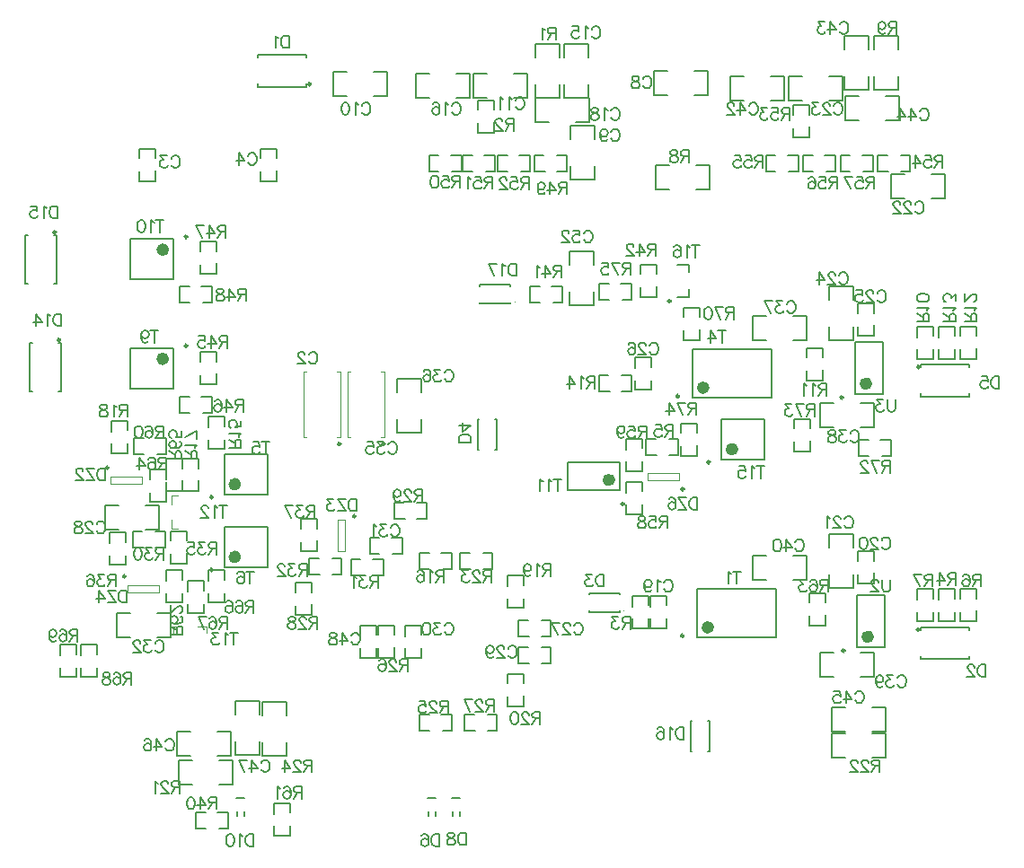
<source format=gbr>
%TF.GenerationSoftware,Altium Limited,Altium Designer,21.3.2 (30)*%
G04 Layer_Color=32896*
%FSLAX26Y26*%
%MOIN*%
%TF.SameCoordinates,53465ED1-0DC7-484A-8DCD-68ECABD516C6*%
%TF.FilePolarity,Positive*%
%TF.FileFunction,Legend,Bot*%
%TF.Part,Single*%
G01*
G75*
%TA.AperFunction,NonConductor*%
%ADD92C,0.003937*%
%ADD93C,0.009842*%
%ADD94C,0.023622*%
%ADD95C,0.008000*%
%ADD96C,0.007874*%
%ADD97C,0.004000*%
%ADD98C,0.005906*%
D92*
X1775945Y2811220D02*
X1894055D01*
Y2838780D01*
X1775945D01*
Y2811220D01*
X1830709Y3214567D02*
Y3242126D01*
X1712598D01*
Y3214567D01*
X1830709D01*
X2427549Y3387953D02*
X2439360D01*
X2427549D02*
Y3632047D01*
X2439360D01*
X2553533D02*
X2565344D01*
Y3387953D01*
X2553533D01*
X2591102D02*
X2602913D01*
X2591102D02*
Y3632047D01*
X2602913D01*
X2717087D02*
X2728898D01*
Y3387953D01*
X2717087D01*
X2583780Y3084055D02*
Y2965945D01*
X2556220D01*
Y3084055D01*
X2583780D01*
X3141496Y3472835D02*
G03*
X3141496Y3472835I-1968J0D01*
G01*
X3214803Y3890472D02*
G03*
X3214803Y3890472I-1968J0D01*
G01*
X3705945Y3257520D02*
X3824055D01*
Y3229961D01*
X3705945D01*
Y3257520D01*
X3619803Y2745472D02*
G03*
X3619803Y2745472I-1968J0D01*
G01*
X3931496Y2352835D02*
G03*
X3931496Y2352835I-1968J0D01*
G01*
D93*
X2091968Y2896535D02*
G03*
X2091968Y2896535I-4921J0D01*
G01*
Y3166535D02*
G03*
X2091968Y3166535I-4921J0D01*
G01*
X2622165Y3095866D02*
G03*
X2622165Y3095866I-4921J0D01*
G01*
X2729882Y3364331D02*
G03*
X2729882Y3364331I-4921J0D01*
G01*
X2566329D02*
G03*
X2566329Y3364331I-4921J0D01*
G01*
X1997874Y3728465D02*
G03*
X1997874Y3728465I-4921J0D01*
G01*
X1705709Y3275591D02*
G03*
X1705709Y3275591I-4921J0D01*
G01*
X1769055Y2872244D02*
G03*
X1769055Y2872244I-4921J0D01*
G01*
X1524921Y3750079D02*
G03*
X1524921Y3750079I-4921J0D01*
G01*
X1997874Y4133465D02*
G03*
X1997874Y4133465I-4921J0D01*
G01*
X2455000Y4700000D02*
G03*
X2455000Y4700000I-4921J0D01*
G01*
X1509921Y4150079D02*
G03*
X1509921Y4150079I-4921J0D01*
G01*
X3618386Y3141378D02*
G03*
X3618386Y3141378I-4921J0D01*
G01*
X3840787Y3196496D02*
G03*
X3840787Y3196496I-4921J0D01*
G01*
X3936968Y3296535D02*
G03*
X3936968Y3296535I-4921J0D01*
G01*
X3822333Y3541535D02*
G03*
X3822333Y3541535I-4921J0D01*
G01*
X3791614Y3895197D02*
G03*
X3791614Y3895197I-4921J0D01*
G01*
X4431063Y3536535D02*
G03*
X4431063Y3536535I-4921J0D01*
G01*
X4715010Y3650000D02*
G03*
X4715010Y3650000I-4921J0D01*
G01*
X4714843Y2675000D02*
G03*
X4714843Y2675000I-4921J0D01*
G01*
X4437559Y2596535D02*
G03*
X4437559Y2596535I-4921J0D01*
G01*
X3839410Y2651535D02*
G03*
X3839410Y2651535I-4921J0D01*
G01*
D94*
X2185472Y2944567D02*
G03*
X2185472Y2944567I-11811J0D01*
G01*
Y3214567D02*
G03*
X2185472Y3214567I-11811J0D01*
G01*
X1918150Y3680433D02*
G03*
X1918150Y3680433I-11811J0D01*
G01*
Y4085433D02*
G03*
X1918150Y4085433I-11811J0D01*
G01*
X3573898Y3230945D02*
G03*
X3573898Y3230945I-11811J0D01*
G01*
X3940787Y2682835D02*
G03*
X3940787Y2682835I-11811J0D01*
G01*
X4534016Y2647913D02*
G03*
X4534016Y2647913I-11811J0D01*
G01*
X4030472Y3344567D02*
G03*
X4030472Y3344567I-11811J0D01*
G01*
X3923711Y3572835D02*
G03*
X3923711Y3572835I-11811J0D01*
G01*
X4527520Y3587913D02*
G03*
X4527520Y3587913I-11811J0D01*
G01*
D95*
X2030000Y1935000D02*
Y1995000D01*
X2065000D01*
X2044812Y2007874D02*
Y2052864D01*
X2066236Y2022871D01*
X2034100D01*
X2026174Y2027156D02*
X2024031Y2016444D01*
X2019746Y2010016D01*
X2013319Y2007874D01*
X2009034D01*
X2002607Y2010016D01*
X1998322Y2016444D01*
X1996180Y2027156D01*
Y2033583D01*
X1998322Y2044295D01*
X2002607Y2050722D01*
X2009034Y2052864D01*
X2013319D01*
X2019746Y2050722D01*
X2024031Y2044295D01*
X2026174Y2033583D01*
Y2027156D01*
X2030000Y1935000D02*
X2065000D01*
X2147472Y1912927D02*
X2153900Y1915069D01*
X2158184D01*
X2164612Y1912927D01*
X2168896Y1906499D01*
X2171039Y1895787D01*
Y1889360D01*
X2168896Y1878648D01*
X2164612Y1872221D01*
X2158184Y1870079D01*
X2153900D01*
X2147472Y1872221D01*
X2143188Y1878648D01*
X2141045Y1889360D01*
Y1895787D01*
X2143188Y1906499D01*
X2147472Y1912927D01*
X2193320Y1915069D02*
Y1870079D01*
X2199747Y1908642D02*
X2193320Y1915069D01*
X2199747Y1908642D02*
X2204032Y1906499D01*
X2216243Y1904357D02*
X2214101Y1897930D01*
Y1887218D01*
X2216243Y1880791D01*
X2218386Y1876506D01*
X2222671Y1872221D01*
X2229098Y1870079D01*
X2244095D01*
Y1915069D01*
X2229098D01*
X2222671Y1912927D01*
X2218386Y1908642D01*
X2216243Y1904357D01*
X2320000Y1910000D02*
X2380000D01*
Y1945000D01*
Y1995000D02*
Y2030000D01*
X2320000D01*
Y1990000D01*
Y1945000D02*
Y1910000D01*
X2366200Y2047244D02*
X2359773Y2049387D01*
X2355488Y2053671D01*
X2353346Y2060099D01*
Y2062241D01*
X2355488Y2068668D01*
X2359773Y2072953D01*
X2366200Y2075095D01*
X2368343D01*
X2374770Y2072953D01*
X2379055Y2068668D01*
X2381197Y2062241D01*
X2379055Y2053671D01*
X2374770Y2049387D01*
X2368343Y2047244D01*
X2366200D01*
X2391266D02*
X2406263Y2070811D01*
X2401978D02*
X2421260D01*
X2401978D02*
X2395551Y2072953D01*
X2393409Y2075095D01*
X2391266Y2079380D01*
Y2083665D01*
X2393409Y2087950D01*
X2395551Y2090092D01*
X2401978Y2092235D01*
X2421260D01*
Y2047244D01*
X2381197Y2062241D02*
Y2072953D01*
X2379055Y2083665D01*
X2374770Y2090092D01*
X2368343Y2092235D01*
X2364058D01*
X2357631Y2090092D01*
X2355488Y2085807D01*
X2343491Y2083665D02*
X2339206Y2085807D01*
X2332779Y2092235D01*
Y2047244D01*
X2390573Y2145669D02*
X2420567D01*
X2399143Y2167093D01*
X2394858Y2173521D01*
X2392716Y2177805D01*
Y2182090D01*
X2394858Y2186375D01*
X2397001Y2188517D01*
X2401285Y2190660D01*
X2409855D01*
X2414140Y2188517D01*
X2416282Y2186375D01*
X2418425Y2182090D01*
Y2179948D01*
X2430636Y2182090D02*
Y2177805D01*
X2432779Y2173521D01*
X2434921Y2171378D01*
X2441348Y2169236D01*
X2460630D01*
X2445633D02*
X2430636Y2145669D01*
X2460630D02*
Y2190660D01*
X2441348D01*
X2434921Y2188517D01*
X2432779Y2186375D01*
X2430636Y2182090D01*
X2380504Y2160666D02*
X2348368D01*
X2359080Y2145669D02*
Y2190660D01*
X2380504Y2160666D01*
X2365000Y2205000D02*
Y2255000D01*
Y2355000D02*
Y2405000D01*
X2275000D01*
Y2355000D01*
X2265000Y2360000D02*
Y2410000D01*
X2175000D01*
Y2360000D01*
X2160000Y2295000D02*
X2110000D01*
X2160000D02*
Y2205000D01*
X2110000D01*
X2116929Y2190669D02*
X2166929D01*
Y2100669D01*
X2116929D01*
X2209741Y2145669D02*
X2188317Y2190660D01*
X2218311D01*
X2236950D02*
X2258374Y2160666D01*
X2226238D01*
X2236950Y2145669D02*
Y2190660D01*
X2273156Y2184233D02*
X2277441Y2188517D01*
X2281726Y2190660D01*
X2290295D01*
X2294580Y2188517D01*
X2298865Y2184233D01*
X2301007Y2179948D01*
X2303150Y2173521D01*
Y2162809D01*
X2301007Y2156381D01*
X2298865Y2152097D01*
X2294580Y2147812D01*
X2290295Y2145669D01*
X2281726D01*
X2277441Y2147812D01*
X2273156Y2152097D01*
X2271014Y2156381D01*
Y2179948D02*
X2273156Y2184233D01*
X2275000Y2205000D02*
X2365000D01*
X2275000Y2255000D02*
Y2205000D01*
X2265000Y2210000D02*
Y2260000D01*
Y2210000D02*
X2175000D01*
Y2260000D01*
X2010000Y2295000D02*
X1960000D01*
Y2205000D01*
X2010000D01*
X2016929Y2190669D02*
X1966929D01*
Y2100669D01*
X2016929D01*
X1968504Y2090495D02*
X1949222D01*
X1942795Y2092638D01*
X1940653Y2094780D01*
X1938510Y2099065D01*
Y2103350D01*
X1940653Y2107635D01*
X1942795Y2109777D01*
X1949222Y2111919D01*
X1968504D01*
Y2066929D01*
X1938510D02*
X1953507Y2090495D01*
X1926299Y2101207D02*
Y2103350D01*
X1924156Y2107635D01*
X1922014Y2109777D01*
X1917729Y2111919D01*
X1909159D01*
X1904875Y2109777D01*
X1902732Y2107635D01*
X1900590Y2103350D01*
Y2099065D01*
X1902732Y2094780D01*
X1907017Y2088353D01*
X1928441Y2066929D01*
X1898447D01*
X1877666D02*
Y2111919D01*
X1884093Y2105492D01*
X1888378Y2103350D01*
X1923110Y2226552D02*
X1918825Y2230837D01*
X1916683Y2235121D01*
X1904043Y2239406D02*
X1871907D01*
X1863980D02*
X1861838Y2230837D01*
X1857553Y2226552D01*
X1851126Y2224409D01*
X1848983D01*
X1842556Y2226552D01*
X1838271Y2230837D01*
X1836129Y2237264D01*
Y2239406D01*
X1838271Y2245833D01*
X1842556Y2250118D01*
X1848983Y2252261D01*
X1851126D01*
X1857553Y2250118D01*
X1861838Y2245833D01*
X1863980Y2239406D01*
Y2250118D01*
X1861838Y2260830D01*
X1857553Y2267257D01*
X1851126Y2269400D01*
X1846841D01*
X1840414Y2267257D01*
X1838271Y2262973D01*
X1882619Y2269400D02*
X1904043Y2239406D01*
X1916683Y2258688D02*
X1918825Y2262973D01*
X1923110Y2267257D01*
X1927395Y2269400D01*
X1935965D01*
X1940249Y2267257D01*
X1944534Y2262973D01*
X1946677Y2258688D01*
X1948819Y2252261D01*
Y2241549D01*
X1946677Y2235121D01*
X1944534Y2230837D01*
X1940249Y2226552D01*
X1935965Y2224409D01*
X1927395D01*
X1923110Y2226552D01*
X1790000Y2470000D02*
Y2514990D01*
X1770718D01*
X1764291Y2512848D01*
X1762149Y2510706D01*
X1760006Y2506421D01*
Y2502136D01*
X1762149Y2497851D01*
X1764291Y2495709D01*
X1770718Y2493566D01*
X1790000D01*
X1775003D02*
X1760006Y2470000D01*
X1747795Y2476427D02*
X1743510Y2472142D01*
X1737083Y2470000D01*
X1734940D01*
X1728513Y2472142D01*
X1724228Y2476427D01*
X1722086Y2482854D01*
Y2484997D01*
X1724228Y2491424D01*
X1728513Y2495709D01*
X1734940Y2497851D01*
X1737083D01*
X1743510Y2495709D01*
X1747795Y2491424D01*
X1749937Y2484997D01*
X1747795Y2476427D01*
X1749937Y2484997D02*
Y2495709D01*
X1747795Y2506421D01*
X1743510Y2512848D01*
X1737083Y2514990D01*
X1732798D01*
X1726371Y2512848D01*
X1724228Y2508563D01*
X1710089D02*
Y2504278D01*
X1707946Y2499994D01*
X1703661Y2497851D01*
X1695092Y2495709D01*
X1688665Y2493566D01*
X1684380Y2489282D01*
X1682237Y2484997D01*
Y2478570D01*
X1684380Y2474285D01*
X1686522Y2472142D01*
X1692949Y2470000D01*
X1701519D01*
X1707946Y2472142D01*
X1710089Y2474285D01*
X1712231Y2478570D01*
Y2484997D01*
X1710089Y2489282D01*
X1705804Y2493566D01*
X1699377Y2495709D01*
X1690807Y2497851D01*
X1686522Y2499994D01*
X1684380Y2504278D01*
Y2508563D01*
X1686522Y2512848D01*
X1692949Y2514990D01*
X1701519D01*
X1707946Y2512848D01*
X1710089Y2508563D01*
X1663858Y2534055D02*
Y2499055D01*
X1603858D01*
Y2534055D01*
X1585118D02*
Y2499055D01*
X1525118D01*
Y2534055D01*
Y2579055D02*
Y2619055D01*
X1585118D01*
Y2584055D01*
X1603858Y2579055D02*
Y2619055D01*
X1663858D01*
Y2584055D01*
X1735000Y2645000D02*
Y2735000D01*
X1785000D01*
X1771653Y2775591D02*
Y2820581D01*
X1756657D01*
X1750229Y2818439D01*
X1745945Y2814154D01*
X1743802Y2809869D01*
X1741660Y2803442D01*
Y2792730D01*
X1743802Y2786303D01*
X1745945Y2782018D01*
X1750229Y2777733D01*
X1756657Y2775591D01*
X1771653D01*
X1885000Y2735000D02*
X1935000D01*
Y2645000D01*
X1885000D01*
X1884291Y2632848D02*
X1888576Y2634990D01*
X1897146D01*
X1901430Y2632848D01*
X1905715Y2628563D01*
X1907858Y2624278D01*
X1910000Y2617851D01*
Y2607139D01*
X1907858Y2600712D01*
X1905715Y2596427D01*
X1901430Y2592142D01*
X1897146Y2590000D01*
X1888576D01*
X1884291Y2592142D01*
X1880006Y2596427D01*
X1877864Y2600712D01*
X1865224Y2598570D02*
X1863082Y2594285D01*
X1860939Y2592142D01*
X1854512Y2590000D01*
X1848085D01*
X1841658Y2592142D01*
X1837373Y2596427D01*
X1835230Y2602854D01*
Y2607139D01*
X1837373Y2613566D01*
X1839515Y2615709D01*
X1843800Y2617851D01*
X1850227D01*
X1837373Y2634990D01*
X1860939D01*
X1880006Y2628563D02*
X1884291Y2632848D01*
X1880006Y2628563D02*
X1877864Y2624278D01*
X1823019D02*
Y2626421D01*
X1820876Y2630706D01*
X1818734Y2632848D01*
X1814449Y2634990D01*
X1805880D01*
X1801595Y2632848D01*
X1799452Y2630706D01*
X1797310Y2626421D01*
Y2622136D01*
X1799452Y2617851D01*
X1803737Y2611424D01*
X1825161Y2590000D01*
X1795168D01*
X1785000Y2645000D02*
X1735000D01*
X1731591Y2775591D02*
X1701597D01*
X1691528Y2790587D02*
X1659392D01*
X1670104Y2775591D02*
Y2820581D01*
X1691528Y2790587D01*
X1731591Y2775591D02*
X1701597Y2820581D01*
X1731591D01*
X1732284Y2834646D02*
Y2879636D01*
X1713002D01*
X1706575Y2877494D01*
X1704432Y2875351D01*
X1702290Y2871066D01*
Y2866782D01*
X1704432Y2862497D01*
X1706575Y2860354D01*
X1713002Y2858212D01*
X1732284D01*
X1717287D02*
X1702290Y2834646D01*
X1687936Y2836788D02*
X1690078Y2838930D01*
X1692221Y2843215D01*
X1687936Y2836788D02*
X1681509Y2834646D01*
X1675082D01*
X1668654Y2836788D01*
X1664370Y2841073D01*
X1662227Y2847500D01*
Y2851785D01*
X1664370Y2858212D01*
X1666512Y2860354D01*
X1670797Y2862497D01*
X1677224D01*
X1664370Y2879636D01*
X1687936D01*
X1645731Y2877494D02*
X1650015Y2871066D01*
X1652158Y2860354D01*
Y2849642D01*
X1650015Y2841073D01*
X1645731Y2836788D01*
X1639303Y2834646D01*
X1637161D01*
X1630734Y2836788D01*
X1626449Y2841073D01*
X1624307Y2847500D01*
Y2849642D01*
X1626449Y2856070D01*
X1630734Y2860354D01*
X1637161Y2862497D01*
X1639303D01*
X1645731Y2860354D01*
X1650015Y2856070D01*
X1652158Y2849642D01*
X1645731Y2877494D02*
X1639303Y2879636D01*
X1635019D01*
X1628591Y2877494D01*
X1626449Y2873209D01*
X1710000Y2915000D02*
Y2950000D01*
Y2915000D02*
X1770000D01*
Y2950000D01*
X1801472Y2941640D02*
X1799330Y2952352D01*
Y2958780D01*
X1801472Y2969492D01*
X1805757Y2975919D01*
X1812184Y2978061D01*
X1816469D01*
X1822896Y2975919D01*
X1827181Y2969492D01*
X1829323Y2958780D01*
Y2952352D01*
X1827181Y2941640D01*
X1822896Y2935213D01*
X1816469Y2933071D01*
X1812184D01*
X1805757Y2935213D01*
X1801472Y2941640D01*
X1839392Y2945925D02*
X1841535Y2939498D01*
X1845820Y2935213D01*
X1852247Y2933071D01*
X1858674D01*
X1865101Y2935213D01*
X1867244Y2937356D01*
X1869386Y2941640D01*
X1879455Y2933071D02*
X1894452Y2956637D01*
X1890167D02*
X1909449D01*
X1890167D02*
X1883740Y2958780D01*
X1881598Y2960922D01*
X1879455Y2965207D01*
Y2969492D01*
X1881598Y2973776D01*
X1883740Y2975919D01*
X1890167Y2978061D01*
X1909449D01*
Y2933071D01*
X1839392Y2945925D02*
Y2950210D01*
X1841535Y2956637D01*
X1843677Y2958780D01*
X1847962Y2960922D01*
X1854389D01*
X1841535Y2978061D01*
X1865101D01*
X1880000Y2980000D02*
X1915000D01*
Y3040000D01*
X1880000D01*
X1891339Y3045551D02*
Y3135551D01*
X1841339D01*
X1859764Y3148661D02*
Y3183661D01*
Y3148661D02*
X1919764D01*
Y3188661D01*
X1918819Y3188032D02*
Y3223032D01*
X1919764Y3233661D02*
Y3268661D01*
X1859764D01*
Y3233661D01*
X1841339Y3045551D02*
X1891339D01*
X1830000Y3040000D02*
X1795000D01*
Y2980000D01*
X1835000D01*
X1935000Y2920000D02*
X1995000D01*
Y2960000D01*
X1998322Y2959183D02*
X2002607Y2954898D01*
X2009034Y2952756D01*
X2015462D01*
X2021889Y2954898D01*
X2024031Y2957041D01*
X2026174Y2961325D01*
X2036243Y2965610D02*
X2038385Y2959183D01*
X2042670Y2954898D01*
X2049097Y2952756D01*
X2055524D01*
X2061952Y2954898D01*
X2064094Y2957041D01*
X2066236Y2961325D01*
X2076306Y2952756D02*
X2091302Y2976322D01*
X2087018D02*
X2106299D01*
X2087018D02*
X2080590Y2978465D01*
X2078448Y2980607D01*
X2076306Y2984892D01*
Y2989177D01*
X2078448Y2993461D01*
X2080590Y2995604D01*
X2087018Y2997746D01*
X2106299D01*
Y2952756D01*
X2099608Y3090551D02*
Y3135542D01*
X2106035Y3129114D01*
X2110320Y3126972D01*
X2115676Y3135542D02*
X2145669D01*
X2130673D02*
Y3090551D01*
X2077327D02*
X2047333D01*
X2038385Y2997746D02*
X2051240Y2980607D01*
X2044812D01*
X2040528Y2978465D01*
X2038385Y2976322D01*
X2036243Y2969895D01*
Y2965610D01*
X2024031Y2978465D02*
X2021889Y2980607D01*
X2015462Y2982749D01*
X2009034D01*
X2002607Y2980607D01*
X1998322Y2976322D01*
X1996180Y2969895D01*
Y2965610D01*
X1998322Y2959183D01*
X2000465Y2997746D02*
X2021889D01*
X2024031Y2978465D01*
X2038385Y2997746D02*
X2061952D01*
X1995000Y3005000D02*
Y3040000D01*
X1935000D01*
Y3005000D01*
Y2955000D02*
Y2920000D01*
X1918819Y2894646D02*
X1978819D01*
Y2859646D01*
X1997559Y2855276D02*
X2057559D01*
Y2820276D01*
X1997559Y2815276D02*
Y2855276D01*
X1978819Y2809646D02*
Y2774646D01*
X1918819D01*
Y2809646D01*
Y2854646D02*
Y2894646D01*
X1935000Y2765243D02*
Y2735249D01*
X1956424Y2756673D01*
X1962851Y2760958D01*
X1967136Y2763101D01*
X1971421D01*
X1975706Y2760958D01*
X1977848Y2758816D01*
X1979990Y2754531D01*
Y2745961D01*
X1977848Y2741677D01*
X1975706Y2739534D01*
X1971421Y2737392D01*
X1969278D01*
X1973563Y2723252D02*
X1977848Y2721110D01*
X1979990Y2714682D01*
Y2710398D01*
X1977848Y2703970D01*
X1971421Y2699686D01*
X1960709Y2697543D01*
X1949997D01*
X1941427Y2699686D01*
X1937142Y2703970D01*
X1935000Y2710398D01*
Y2712540D01*
X1937142Y2718967D01*
X1941427Y2723252D01*
X1947854Y2725394D01*
X1949997D01*
X1956424Y2723252D01*
X1960709Y2718967D01*
X1962851Y2712540D01*
Y2710398D01*
X1960709Y2703970D01*
X1956424Y2699686D01*
X1949997Y2697543D01*
X1962851Y2685331D02*
X1960709Y2683189D01*
X1958566Y2676762D01*
Y2657480D01*
Y2672477D02*
X1935000Y2687474D01*
Y2657480D02*
X1979990D01*
Y2676762D01*
X1977848Y2683189D01*
X1975706Y2685331D01*
X1971421Y2687474D01*
X1967136D01*
X1962851Y2685331D01*
X1997559Y2735276D02*
X2057559D01*
Y2770276D01*
X1997559D02*
Y2735276D01*
X2037907Y2722156D02*
X2059331Y2677165D01*
X2037907Y2722156D02*
X2067900D01*
X2082040Y2720013D02*
X2088467Y2722156D01*
X2092752D01*
X2099179Y2720013D01*
X2103464Y2713586D01*
X2105606Y2702874D01*
Y2692162D01*
X2103464Y2683593D01*
X2099179Y2679308D01*
X2092752Y2677165D01*
X2090610D01*
X2084182Y2679308D01*
X2079898Y2683593D01*
X2077755Y2690020D01*
Y2692162D01*
X2079898Y2698589D01*
X2084182Y2702874D01*
X2090610Y2705017D01*
X2092752D01*
X2099179Y2702874D01*
X2103464Y2698589D01*
X2105606Y2692162D01*
X2117818Y2705017D02*
X2119961Y2702874D01*
X2126388Y2700732D01*
X2145669D01*
X2130673D02*
X2115676Y2677165D01*
X2112412Y2663101D02*
X2088846D01*
X2101700Y2645961D01*
X2095273D01*
X2090988Y2643819D01*
X2088846Y2641677D01*
X2086703Y2635249D01*
Y2630965D01*
X2088846Y2624537D01*
X2093131Y2620253D01*
X2099558Y2618110D01*
X2105985D01*
X2112412Y2620253D01*
X2114555Y2622395D01*
X2116697Y2626680D01*
X2138978Y2618110D02*
Y2663101D01*
X2145405Y2656673D01*
X2149690Y2654531D01*
X2170043Y2618110D02*
Y2663101D01*
X2185039D02*
X2155046D01*
X2145669Y2677165D02*
Y2722156D01*
X2126388D01*
X2119961Y2720013D01*
X2117818Y2717871D01*
X2115676Y2713586D01*
Y2709301D01*
X2117818Y2705017D01*
X2079898Y2715729D02*
X2082040Y2720013D01*
X2076299Y2774646D02*
X2136299D01*
Y2809646D01*
Y2859646D02*
Y2894646D01*
X2076299D01*
Y2854646D01*
Y2809646D02*
Y2774646D01*
X2140617Y2774784D02*
X2142759Y2779068D01*
X2149186Y2781211D01*
X2153471D01*
X2159898Y2779068D01*
X2164183Y2772641D01*
X2166325Y2761929D01*
Y2751217D01*
X2164183Y2742648D01*
X2159898Y2738363D01*
X2153471Y2736220D01*
X2151329D01*
X2144901Y2738363D01*
X2140617Y2742648D01*
X2138474Y2749075D01*
Y2751217D01*
X2140617Y2757644D01*
X2144901Y2761929D01*
X2151329Y2764072D01*
X2153471D01*
X2159898Y2761929D01*
X2164183Y2757644D01*
X2166325Y2751217D01*
X2176180D02*
X2178323Y2757644D01*
X2182608Y2761929D01*
X2189035Y2764072D01*
X2191177D01*
X2197604Y2761929D01*
X2201889Y2757644D01*
X2204032Y2751217D01*
X2201889Y2742648D01*
X2197604Y2738363D01*
X2191177Y2736220D01*
X2189035D01*
X2182608Y2738363D01*
X2178323Y2742648D01*
X2176180Y2749075D01*
Y2751217D01*
X2178323Y2774784D02*
X2180465Y2779068D01*
X2186892Y2781211D01*
X2191177D01*
X2197604Y2779068D01*
X2201889Y2772641D01*
X2204032Y2761929D01*
Y2751217D01*
X2216243Y2764072D02*
X2218386Y2761929D01*
X2224813Y2759787D01*
X2244095D01*
X2229098D02*
X2214101Y2736220D01*
X2244095D02*
Y2781211D01*
X2224813D01*
X2218386Y2779068D01*
X2216243Y2776926D01*
X2214101Y2772641D01*
Y2768356D01*
X2216243Y2764072D01*
X2400000Y2763465D02*
Y2728465D01*
X2460000D01*
Y2768465D01*
X2461033Y2722156D02*
X2454606Y2720013D01*
X2452464Y2717871D01*
X2450321Y2713586D01*
Y2709301D01*
X2452464Y2705017D01*
X2454606Y2702874D01*
X2461033Y2700732D01*
X2480315D01*
X2465318D02*
X2450321Y2677165D01*
X2440252D02*
X2410259D01*
X2395905Y2679308D02*
X2398047Y2681450D01*
X2400189Y2685735D01*
Y2692162D01*
X2398047Y2696447D01*
X2393762Y2700732D01*
X2387335Y2702874D01*
X2378765Y2705017D01*
X2374481Y2707159D01*
X2372338Y2711444D01*
Y2715729D01*
X2374481Y2720013D01*
X2380908Y2722156D01*
X2389477D01*
X2395905Y2720013D01*
X2398047Y2715729D01*
Y2711444D01*
X2395905Y2707159D01*
X2391620Y2705017D01*
X2383050Y2702874D01*
X2376623Y2700732D01*
X2372338Y2696447D01*
X2370196Y2692162D01*
Y2685735D01*
X2372338Y2681450D01*
X2374481Y2679308D01*
X2380908Y2677165D01*
X2389477D01*
X2395905Y2679308D01*
X2418828Y2698589D02*
X2440252Y2677165D01*
X2438110Y2711444D02*
Y2713586D01*
X2435967Y2717871D01*
X2433825Y2720013D01*
X2429540Y2722156D01*
X2420971D01*
X2416686Y2720013D01*
X2414543Y2717871D01*
X2412401Y2713586D01*
Y2709301D01*
X2414543Y2705017D01*
X2418828Y2698589D01*
X2461033Y2722156D02*
X2480315D01*
Y2677165D01*
X2525105Y2652389D02*
Y2656673D01*
X2527248Y2660958D01*
X2533675Y2663101D01*
X2542244D01*
X2548672Y2660958D01*
X2550814Y2656673D01*
Y2652389D01*
X2548672Y2648104D01*
X2544387Y2645961D01*
X2535817Y2643819D01*
X2529390Y2641677D01*
X2525105Y2637392D01*
X2522963Y2633107D01*
Y2626680D01*
X2525105Y2622395D01*
X2527248Y2620253D01*
X2533675Y2618110D01*
X2542244D01*
X2548672Y2620253D01*
X2550814Y2622395D01*
X2552956Y2626680D01*
Y2633107D01*
X2550814Y2637392D01*
X2546529Y2641677D01*
X2540102Y2643819D01*
X2531532Y2645961D01*
X2527248Y2648104D01*
X2525105Y2652389D01*
X2560883Y2633107D02*
X2593019D01*
X2571595Y2663101D01*
Y2618110D01*
X2612086Y2620253D02*
X2607802Y2624537D01*
X2605659Y2628822D01*
X2612086Y2620253D02*
X2616371Y2618110D01*
X2624941D01*
X2629226Y2620253D01*
X2633510Y2624537D01*
X2635653Y2628822D01*
X2637795Y2635249D01*
Y2645961D01*
X2635653Y2652389D01*
X2633510Y2656673D01*
X2629226Y2660958D01*
X2624941Y2663101D01*
X2616371D01*
X2612086Y2660958D01*
X2607802Y2656673D01*
X2605659Y2652389D01*
X2640000Y2650000D02*
Y2690000D01*
X2700000D01*
Y2655000D01*
X2706535D02*
Y2690000D01*
X2766535D01*
Y2655000D01*
Y2610000D02*
Y2570000D01*
X2706535D01*
Y2605000D01*
X2700000D02*
Y2570000D01*
X2640000D01*
Y2605000D01*
X2711269Y2562533D02*
X2717696Y2564675D01*
X2721981D01*
X2728408Y2562533D01*
X2732693Y2556106D01*
X2734835Y2545394D01*
Y2534682D01*
X2732693Y2526112D01*
X2728408Y2521827D01*
X2721981Y2519685D01*
X2719838D01*
X2713411Y2521827D01*
X2709126Y2526112D01*
X2706984Y2532539D01*
Y2534682D01*
X2709126Y2541109D01*
X2713411Y2545394D01*
X2719838Y2547536D01*
X2721981D01*
X2728408Y2545394D01*
X2732693Y2541109D01*
X2734835Y2534682D01*
X2753474Y2541109D02*
X2774898Y2519685D01*
X2744904D01*
X2753474Y2541109D02*
X2749189Y2547536D01*
X2747047Y2551821D01*
Y2556106D01*
X2749189Y2560391D01*
X2751331Y2562533D01*
X2755616Y2564675D01*
X2764186D01*
X2768471Y2562533D01*
X2770613Y2560391D01*
X2772755Y2556106D01*
Y2553963D01*
X2784967Y2556106D02*
Y2551821D01*
X2787109Y2547536D01*
X2789252Y2545394D01*
X2795679Y2543251D01*
X2814961D01*
Y2564675D02*
Y2519685D01*
Y2564675D02*
X2795679D01*
X2789252Y2562533D01*
X2787109Y2560391D01*
X2784967Y2556106D01*
X2799964Y2543251D02*
X2784967Y2519685D01*
X2709126Y2558248D02*
X2711269Y2562533D01*
X2859166Y2409990D02*
X2880590D01*
X2882732Y2390709D01*
X2880590Y2392851D01*
X2874162Y2394994D01*
X2867735D01*
X2861308Y2392851D01*
X2857023Y2388566D01*
X2854881Y2382139D01*
Y2377854D01*
X2857023Y2371427D01*
X2861308Y2367142D01*
X2867735Y2365000D01*
X2874162D01*
X2880590Y2367142D01*
X2882732Y2369285D01*
X2884874Y2373570D01*
X2894944Y2365000D02*
X2924937D01*
X2903513Y2386424D01*
X2899228Y2392851D01*
X2897086Y2397136D01*
Y2401421D01*
X2899228Y2405706D01*
X2901371Y2407848D01*
X2905656Y2409990D01*
X2914225D01*
X2918510Y2407848D01*
X2920652Y2405706D01*
X2922795Y2401421D01*
Y2399278D01*
X2935006Y2401421D02*
Y2397136D01*
X2937149Y2392851D01*
X2939291Y2390709D01*
X2945718Y2388566D01*
X2965000D01*
Y2409990D02*
Y2365000D01*
Y2409990D02*
X2945718D01*
X2939291Y2407848D01*
X2937149Y2405706D01*
X2935006Y2401421D01*
X2950003Y2388566D02*
X2935006Y2365000D01*
X2940000Y2360000D02*
X2980000D01*
Y2300000D01*
X2945000D01*
X2895000D02*
X2860000D01*
Y2360000D01*
X2895000D01*
X3026535D02*
X3061535D01*
X3026535D02*
Y2300000D01*
X3066535D01*
X3111535D02*
X3146535D01*
Y2360000D01*
X3111535D01*
X3199110Y2359255D02*
X3203395Y2365683D01*
X3209822Y2367825D01*
X3214107D01*
X3220534Y2365683D01*
X3224819Y2359255D01*
X3226961Y2348543D01*
Y2342116D01*
X3224819Y2331404D01*
X3220534Y2324977D01*
X3214107Y2322835D01*
X3209822D01*
X3203395Y2324977D01*
X3199110Y2331404D01*
X3196967Y2342116D01*
Y2348543D01*
X3199110Y2359255D01*
X3239173D02*
Y2354971D01*
X3241315Y2350686D01*
X3245600Y2344259D01*
X3267024Y2322835D01*
X3237030D01*
X3239173Y2359255D02*
X3241315Y2363540D01*
X3243457Y2365683D01*
X3247742Y2367825D01*
X3256312D01*
X3260597Y2365683D01*
X3262739Y2363540D01*
X3264881Y2359255D01*
Y2357113D01*
X3277093Y2359255D02*
Y2354971D01*
X3279235Y2350686D01*
X3281378Y2348543D01*
X3287805Y2346401D01*
X3307087D01*
X3292090D02*
X3277093Y2322835D01*
X3307087D02*
Y2367825D01*
X3287805D01*
X3281378Y2365683D01*
X3279235Y2363540D01*
X3277093Y2359255D01*
X3245000Y2390000D02*
Y2430000D01*
Y2390000D02*
X3185000D01*
Y2425000D01*
Y2475000D02*
Y2510000D01*
X3245000D01*
Y2475000D01*
X3135000Y2414990D02*
Y2370000D01*
Y2393566D02*
X3115718D01*
X3109291Y2395709D01*
X3107149Y2397851D01*
X3105006Y2402136D01*
Y2406421D01*
X3107149Y2410706D01*
X3109291Y2412848D01*
X3115718Y2414990D01*
X3135000D01*
X3120003Y2393566D02*
X3105006Y2370000D01*
X3266535Y2550000D02*
X3226535D01*
Y2610000D01*
X3261535D01*
X3266535Y2650000D02*
X3226535D01*
Y2710000D01*
X3261535D01*
X3311535D02*
X3346535D01*
Y2650000D01*
X3311535D01*
Y2610000D02*
X3346535D01*
Y2550000D01*
X3311535D01*
X3371591Y2655000D02*
X3350168Y2699990D01*
X3380161D01*
X3392373Y2691421D02*
Y2687136D01*
X3394515Y2682851D01*
X3398800Y2676424D01*
X3420224Y2655000D01*
X3390230D01*
X3443576D02*
X3439291Y2657142D01*
X3435006Y2661427D01*
X3432864Y2665712D01*
Y2689278D02*
X3435006Y2693563D01*
X3439291Y2697848D01*
X3443576Y2699990D01*
X3452146D01*
X3456430Y2697848D01*
X3460715Y2693563D01*
X3462858Y2689278D01*
X3465000Y2682851D01*
Y2672139D01*
X3462858Y2665712D01*
X3460715Y2661427D01*
X3456430Y2657142D01*
X3452146Y2655000D01*
X3443576D01*
X3573818Y2683593D02*
X3578103Y2679308D01*
X3584530Y2677165D01*
X3590957D01*
X3597385Y2679308D01*
X3599527Y2681450D01*
X3601669Y2685735D01*
X3611739Y2677165D02*
X3626735Y2700732D01*
X3622451D02*
X3641732D01*
X3622451D02*
X3616023Y2702874D01*
X3613881Y2705017D01*
X3611739Y2709301D01*
Y2713586D01*
X3613881Y2717871D01*
X3616023Y2720013D01*
X3622451Y2722156D01*
X3641732D01*
Y2677165D01*
X3650000Y2680000D02*
Y2715000D01*
Y2680000D02*
X3710000D01*
Y2715000D01*
X3715000D02*
Y2680000D01*
X3775000D01*
Y2715000D01*
Y2765000D02*
Y2800000D01*
X3715000D01*
Y2760000D01*
X3710000Y2765000D02*
Y2800000D01*
X3650000D01*
Y2760000D01*
X3597385Y2722156D02*
X3573818D01*
X3586673Y2705017D01*
X3580245D01*
X3575961Y2702874D01*
X3573818Y2700732D01*
X3571676Y2694305D01*
Y2690020D01*
X3573818Y2683593D01*
X3700020Y2817103D02*
X3706447Y2814961D01*
X3710732D01*
X3717159Y2817103D01*
X3719301Y2821388D01*
X3715016Y2834242D02*
X3719301Y2838527D01*
X3721444Y2844954D01*
Y2847097D01*
X3719301Y2853524D01*
X3715016Y2857809D01*
X3708589Y2859951D01*
X3706447D01*
X3700020Y2857809D01*
X3695735Y2853524D01*
X3693592Y2844954D01*
X3695735Y2838527D01*
X3700020Y2834242D01*
X3706447Y2832100D01*
X3708589D01*
X3715016Y2834242D01*
X3693592D02*
X3695735Y2823530D01*
X3700020Y2817103D01*
X3693592Y2834242D02*
Y2844954D01*
X3750152Y2853524D02*
X3743724Y2859951D01*
Y2814961D01*
X3773504Y2817103D02*
X3769219Y2821388D01*
X3767077Y2825673D01*
X3773504Y2817103D02*
X3777789Y2814961D01*
X3786358D01*
X3790643Y2817103D01*
X3794928Y2821388D01*
X3797070Y2825673D01*
X3799213Y2832100D01*
Y2842812D01*
X3797070Y2849239D01*
X3794928Y2853524D01*
X3790643Y2857809D01*
X3786358Y2859951D01*
X3777789D01*
X3773504Y2857809D01*
X3769219Y2853524D01*
X3767077Y2849239D01*
X3754436Y2851381D02*
X3750152Y2853524D01*
X3749534Y3051181D02*
X3764531Y3074747D01*
X3760246D02*
X3779528D01*
X3760246D02*
X3753819Y3076890D01*
X3751676Y3079032D01*
X3749534Y3083317D01*
Y3087602D01*
X3751676Y3091887D01*
X3753819Y3094029D01*
X3760246Y3096171D01*
X3779528D01*
Y3051181D01*
X3735180Y3053323D02*
X3737322Y3055466D01*
X3739465Y3059751D01*
X3735180Y3053323D02*
X3728753Y3051181D01*
X3722326D01*
X3715898Y3053323D01*
X3711614Y3057608D01*
X3709471Y3064035D01*
Y3068320D01*
X3711614Y3074747D01*
X3715898Y3079032D01*
X3722326Y3081175D01*
X3728753D01*
X3735180Y3079032D01*
X3737322Y3076890D01*
X3735180Y3096171D01*
X3713756D01*
X3695117Y3094029D02*
X3697260Y3089744D01*
Y3085459D01*
X3695117Y3081175D01*
X3690832Y3079032D01*
X3682263Y3076890D01*
X3675836Y3074747D01*
X3671551Y3070463D01*
X3669408Y3066178D01*
Y3059751D01*
X3671551Y3055466D01*
X3673693Y3053323D01*
X3680120Y3051181D01*
X3688690D01*
X3695117Y3053323D01*
X3697260Y3055466D01*
X3699402Y3059751D01*
Y3066178D01*
X3697260Y3070463D01*
X3692975Y3074747D01*
X3686548Y3076890D01*
X3677978Y3079032D01*
X3673693Y3081175D01*
X3671551Y3085459D01*
Y3089744D01*
X3673693Y3094029D01*
X3680120Y3096171D01*
X3688690D01*
X3695117Y3094029D01*
X3849937Y3120000D02*
X3819944D01*
X3807732Y3126427D02*
X3803447Y3122142D01*
X3797020Y3120000D01*
X3794878D01*
X3788450Y3122142D01*
X3784166Y3126427D01*
X3782023Y3132854D01*
Y3134997D01*
X3784166Y3141424D01*
X3788450Y3145709D01*
X3794878Y3147851D01*
X3797020D01*
X3803447Y3145709D01*
X3807732Y3141424D01*
X3809874Y3134997D01*
X3807732Y3126427D01*
X3809874Y3134997D02*
Y3145709D01*
X3807732Y3156421D01*
X3803447Y3162848D01*
X3797020Y3164990D01*
X3792735D01*
X3786308Y3162848D01*
X3784166Y3158563D01*
X3819944Y3164990D02*
X3849937Y3120000D01*
X3864291Y3126427D02*
X3868576Y3122142D01*
X3875003Y3120000D01*
X3890000D01*
Y3164990D01*
X3875003D01*
X3868576Y3162848D01*
X3864291Y3158563D01*
X3862149Y3154278D01*
X3860006Y3147851D01*
Y3137139D01*
X3862149Y3130712D01*
X3864291Y3126427D01*
X3849937Y3164990D02*
X3819944D01*
X3890000Y3320000D02*
Y3360000D01*
Y3320000D02*
X3830000D01*
Y3355000D01*
X3820000Y3383740D02*
X3785000D01*
X3770006Y3390000D02*
X3785003Y3413566D01*
X3780718D02*
X3800000D01*
X3780718D02*
X3774291Y3415709D01*
X3772149Y3417851D01*
X3770006Y3422136D01*
Y3426421D01*
X3772149Y3430706D01*
X3774291Y3432848D01*
X3780718Y3434990D01*
X3800000D01*
Y3390000D01*
X3820000Y3383740D02*
Y3323740D01*
X3785000D01*
X3740000D02*
X3700000D01*
Y3383740D01*
X3735000D01*
X3736371Y3392142D02*
X3742798Y3390000D01*
X3749225D01*
X3755652Y3392142D01*
X3757795Y3394285D01*
X3759937Y3398570D01*
X3757795Y3415709D02*
X3755652Y3417851D01*
X3749225Y3419994D01*
X3742798D01*
X3736371Y3417851D01*
X3732086Y3413566D01*
X3729944Y3407139D01*
Y3402854D01*
X3732086Y3396427D01*
X3736371Y3392142D01*
X3700787Y3385827D02*
Y3430817D01*
X3681506D01*
X3675079Y3428675D01*
X3672936Y3426532D01*
X3670794Y3422248D01*
Y3417963D01*
X3672936Y3413678D01*
X3675079Y3411536D01*
X3681506Y3409393D01*
X3700787D01*
X3734228Y3434990D02*
X3755652D01*
X3757795Y3415709D01*
X3830000Y3405000D02*
Y3440000D01*
X3890000D01*
Y3405000D01*
X3886000Y3472000D02*
Y3516990D01*
X3866718D01*
X3860291Y3514848D01*
X3858149Y3512706D01*
X3856006Y3508421D01*
Y3504136D01*
X3858149Y3499851D01*
X3860291Y3497709D01*
X3866718Y3495566D01*
X3886000D01*
X3871003D02*
X3856006Y3472000D01*
X3837368D02*
X3815944Y3516990D01*
X3845937D01*
X4045117Y3282495D02*
X4066541D01*
X4068683Y3263214D01*
X4066541Y3265356D01*
X4060113Y3267498D01*
X4053686D01*
X4047259Y3265356D01*
X4042974Y3261071D01*
X4040832Y3254644D01*
Y3250359D01*
X4042974Y3243932D01*
X4047259Y3239647D01*
X4053686Y3237505D01*
X4060113D01*
X4066541Y3239647D01*
X4068683Y3241790D01*
X4070825Y3246074D01*
X4099534Y3276068D02*
X4093106Y3282495D01*
Y3237505D01*
X4124171D02*
Y3282495D01*
X4109174D02*
X4139168D01*
X4250000Y3336535D02*
X4310000D01*
Y3376535D01*
X4375167Y3378570D02*
X4377310Y3374285D01*
X4379452Y3372142D01*
X4385880Y3370000D01*
X4394449D01*
X4400876Y3372142D01*
X4403019Y3374285D01*
X4405161Y3378570D01*
Y3384997D01*
X4403019Y3389282D01*
X4398734Y3393566D01*
X4392307Y3395709D01*
X4383737Y3397851D01*
X4379452Y3399994D01*
X4377310Y3404278D01*
Y3408563D01*
X4379452Y3412848D01*
X4385880Y3414990D01*
X4394449D01*
X4400876Y3412848D01*
X4403019Y3408563D01*
Y3404278D01*
X4400876Y3399994D01*
X4396592Y3397851D01*
X4388022Y3395709D01*
X4381595Y3393566D01*
X4377310Y3389282D01*
X4375167Y3384997D01*
Y3378570D01*
X4415230Y3382854D02*
X4417373Y3376427D01*
X4421658Y3372142D01*
X4428085Y3370000D01*
X4434512D01*
X4440939Y3372142D01*
X4443082Y3374285D01*
X4445224Y3378570D01*
X4457864Y3380712D02*
X4460006Y3376427D01*
X4464291Y3372142D01*
X4468576Y3370000D01*
X4477146D01*
X4481430Y3372142D01*
X4485715Y3376427D01*
X4487858Y3380712D01*
X4490000Y3387139D01*
Y3397851D01*
X4487858Y3404278D01*
X4485715Y3408563D01*
X4481430Y3412848D01*
X4477146Y3414990D01*
X4468576D01*
X4464291Y3412848D01*
X4460006Y3408563D01*
X4457864Y3404278D01*
X4440939Y3414990D02*
X4417373D01*
X4430227Y3397851D01*
X4423800D01*
X4419515Y3395709D01*
X4417373Y3393566D01*
X4415230Y3387139D01*
Y3382854D01*
X4490000Y3380000D02*
X4525000D01*
X4490000D02*
Y3320000D01*
X4525000D01*
X4520649Y3298210D02*
X4518507Y3300353D01*
X4514222Y3302495D01*
X4505652D01*
X4501368Y3300353D01*
X4499225Y3298210D01*
X4497083Y3293926D01*
Y3289641D01*
X4499225Y3285356D01*
X4503510Y3278929D01*
X4524934Y3257505D01*
X4494940D01*
X4556427D02*
X4535003Y3302495D01*
X4564997D01*
X4520649Y3298210D02*
X4522792Y3293926D01*
Y3291783D01*
X4570000Y3380000D02*
X4610000D01*
Y3320000D01*
X4575000D01*
X4579351Y3300353D02*
X4577208Y3298210D01*
X4575066Y3293926D01*
Y3289641D01*
X4577208Y3285356D01*
X4579351Y3283214D01*
X4585778Y3281071D01*
X4605060D01*
X4590063D02*
X4575066Y3257505D01*
X4605060D02*
Y3302495D01*
X4585778D01*
X4579351Y3300353D01*
X4579280Y3486394D02*
X4581422Y3488537D01*
X4583565Y3492822D01*
X4579280Y3486394D02*
X4572853Y3484252D01*
X4566426D01*
X4559998Y3486394D01*
X4555714Y3490679D01*
X4553571Y3497106D01*
Y3501391D01*
X4555714Y3507818D01*
X4557856Y3509961D01*
X4562141Y3512103D01*
X4568568D01*
X4555714Y3529242D01*
X4579280D01*
X4595991D02*
Y3497106D01*
X4598133Y3490679D01*
X4602418Y3486394D01*
X4608845Y3484252D01*
X4613130D01*
X4619557Y3486394D01*
X4623842Y3490679D01*
X4625984Y3497106D01*
Y3529242D01*
X4765167Y3680000D02*
Y3715000D01*
X4785167D02*
Y3680000D01*
X4845167D01*
Y3715000D01*
X4865167D02*
Y3680000D01*
X4925167D01*
Y3720000D01*
Y3765000D02*
Y3800000D01*
X4865167D01*
Y3765000D01*
X4845167D02*
Y3800000D01*
X4785167D01*
Y3760000D01*
X4765167Y3765000D02*
Y3800000D01*
X4705167D01*
Y3760000D01*
Y3715000D02*
Y3680000D01*
X4765167D01*
X4944396Y3614990D02*
X4965820D01*
X4967962Y3595709D01*
X4965820Y3597851D01*
X4959393Y3599994D01*
X4952965D01*
X4946538Y3597851D01*
X4942253Y3593566D01*
X4940111Y3587139D01*
Y3582854D01*
X4942253Y3576427D01*
X4946538Y3572142D01*
X4952965Y3570000D01*
X4959393D01*
X4965820Y3572142D01*
X4967962Y3574285D01*
X4970105Y3578570D01*
X4982316Y3580712D02*
X4984459Y3576427D01*
X4988743Y3572142D01*
X4995171Y3570000D01*
X5010167D01*
Y3614990D01*
X4995171D01*
X4988743Y3612848D01*
X4984459Y3608563D01*
X4982316Y3604278D01*
X4980174Y3597851D01*
Y3587139D01*
X4982316Y3580712D01*
X4926880Y3818898D02*
X4881890D01*
X4905456D02*
Y3838179D01*
X4907599Y3844606D01*
X4909741Y3846749D01*
X4914026Y3848891D01*
X4918311D01*
X4922595Y3846749D01*
X4924738Y3844606D01*
X4926880Y3838179D01*
Y3818898D01*
X4905456Y3833894D02*
X4881890Y3848891D01*
Y3869672D02*
X4926880D01*
X4920453Y3863245D01*
X4918311Y3858960D01*
Y3894096D02*
X4922595Y3896238D01*
X4924738Y3898381D01*
X4926880Y3902665D01*
Y3911235D01*
X4924738Y3915520D01*
X4922595Y3917662D01*
X4918311Y3919805D01*
X4914026D01*
X4909741Y3917662D01*
X4903314Y3913377D01*
X4881890Y3891953D01*
Y3921947D01*
X4916168Y3894096D02*
X4918311D01*
X4848140Y3896238D02*
Y3919805D01*
X4831001Y3906950D01*
Y3913377D01*
X4828858Y3917662D01*
X4826716Y3919805D01*
X4820289Y3921947D01*
X4816004D01*
X4809577Y3919805D01*
X4805292Y3915520D01*
X4803150Y3909093D01*
Y3902665D01*
X4805292Y3896238D01*
X4807434Y3894096D01*
X4811719Y3891953D01*
X4803150Y3869672D02*
X4848140D01*
X4841713Y3863245D01*
X4839570Y3858960D01*
Y3848891D02*
X4835286D01*
X4831001Y3846749D01*
X4828858Y3844606D01*
X4826716Y3838179D01*
Y3818898D01*
Y3833894D02*
X4803150Y3848891D01*
X4839570D02*
X4843855Y3846749D01*
X4845998Y3844606D01*
X4848140Y3838179D01*
Y3818898D01*
X4803150D01*
X4749715D02*
X4704724D01*
X4728291D02*
Y3838179D01*
X4730433Y3844606D01*
X4732576Y3846749D01*
X4736860Y3848891D01*
X4741145D01*
X4745430Y3846749D01*
X4747572Y3844606D01*
X4749715Y3838179D01*
Y3818898D01*
X4728291Y3833894D02*
X4704724Y3848891D01*
Y3869672D02*
X4749715D01*
X4743288Y3863245D01*
X4741145Y3858960D01*
Y3894096D02*
X4730433Y3891953D01*
X4724006D01*
X4713294Y3894096D01*
X4706867Y3898381D01*
X4704724Y3904808D01*
Y3909093D01*
X4706867Y3915520D01*
X4713294Y3919805D01*
X4724006Y3921947D01*
X4730433D01*
X4741145Y3919805D01*
X4747572Y3915520D01*
X4749715Y3909093D01*
Y3904808D01*
X4747572Y3898381D01*
X4741145Y3894096D01*
X4585715Y3896427D02*
X4581430Y3892142D01*
X4577146Y3890000D01*
X4568576D01*
X4564291Y3892142D01*
X4560006Y3896427D01*
X4557864Y3900712D01*
X4545224Y3890000D02*
X4515230D01*
X4500876Y3892142D02*
X4503019Y3894285D01*
X4505161Y3898570D01*
X4500876Y3892142D02*
X4494449Y3890000D01*
X4488022D01*
X4481595Y3892142D01*
X4477310Y3896427D01*
X4475167Y3902854D01*
Y3907139D01*
X4477310Y3913566D01*
X4481595Y3917851D01*
X4488022Y3919994D01*
X4494449D01*
X4500876Y3917851D01*
X4503019Y3915709D01*
X4500876Y3934990D01*
X4479452D01*
X4470000Y3950000D02*
Y3900000D01*
X4485000Y3885000D02*
X4545000D01*
Y3850000D01*
X4545224Y3890000D02*
X4523800Y3911424D01*
X4519515Y3917851D01*
X4517373Y3922136D01*
Y3926421D01*
X4519515Y3930706D01*
X4521658Y3932848D01*
X4525942Y3934990D01*
X4534512D01*
X4538797Y3932848D01*
X4540939Y3930706D01*
X4543082Y3926421D01*
Y3924278D01*
X4557864D02*
X4560006Y3928563D01*
X4564291Y3932848D01*
X4568576Y3934990D01*
X4577146D01*
X4581430Y3932848D01*
X4585715Y3928563D01*
X4587858Y3924278D01*
X4590000Y3917851D01*
Y3907139D01*
X4587858Y3900712D01*
X4585715Y3896427D01*
X4448819Y3984544D02*
Y3973832D01*
X4446676Y3967405D01*
X4444534Y3963120D01*
X4440249Y3958835D01*
X4435965Y3956693D01*
X4427395D01*
X4423110Y3958835D01*
X4418825Y3963120D01*
X4416683Y3967405D01*
X4404043Y3956693D02*
X4374049D01*
X4380000Y3950000D02*
X4470000D01*
X4485000Y3885000D02*
Y3850000D01*
Y3800000D02*
Y3765000D01*
X4545000D01*
Y3805000D01*
X4470000Y3800000D02*
Y3750000D01*
X4380000D01*
Y3800000D01*
X4355167Y3720000D02*
Y3685000D01*
Y3640000D02*
Y3600000D01*
X4295167D01*
Y3635000D01*
Y3685000D02*
Y3720000D01*
X4355167D01*
X4295000Y3750000D02*
Y3840000D01*
X4245000D01*
X4242146Y3850000D02*
X4233576D01*
X4229291Y3852142D01*
X4225006Y3856427D01*
X4222864Y3860712D01*
X4210224Y3858570D02*
X4208082Y3854285D01*
X4205939Y3852142D01*
X4199512Y3850000D01*
X4193085D01*
X4186658Y3852142D01*
X4182373Y3856427D01*
X4180230Y3862854D01*
Y3867139D01*
X4182373Y3873566D01*
X4184515Y3875709D01*
X4188800Y3877851D01*
X4195227D01*
X4182373Y3894990D01*
X4205939D01*
X4225006Y3888563D02*
X4229291Y3892848D01*
X4233576Y3894990D01*
X4242146D01*
X4246430Y3892848D01*
X4250715Y3888563D01*
X4252858Y3884278D01*
X4255000Y3877851D01*
Y3867139D01*
X4252858Y3860712D01*
X4250715Y3856427D01*
X4246430Y3852142D01*
X4242146Y3850000D01*
X4222864Y3884278D02*
X4225006Y3888563D01*
X4170161Y3894990D02*
X4140167D01*
X4161592Y3850000D01*
X4145000Y3840000D02*
X4095000D01*
Y3750000D01*
X4145000D01*
X4245000D02*
X4295000D01*
X4292738Y3581870D02*
X4286311Y3588298D01*
Y3543307D01*
X4319304D02*
Y3588298D01*
X4325731Y3581870D01*
X4330016Y3579728D01*
X4340085D02*
Y3575443D01*
X4342227Y3571158D01*
X4344370Y3569016D01*
X4350797Y3566874D01*
X4370079D01*
X4355082D02*
X4340085Y3543307D01*
X4370079D02*
Y3588298D01*
X4350797D01*
X4344370Y3586155D01*
X4342227Y3584013D01*
X4340085Y3579728D01*
X4297023D02*
X4292738Y3581870D01*
X4284997Y3512495D02*
X4255003D01*
X4276427Y3467505D01*
X4250000Y3456535D02*
X4310000D01*
Y3421535D01*
X4345000Y3425000D02*
Y3515000D01*
X4395000D01*
X4325060Y3512495D02*
Y3467505D01*
Y3491071D02*
X4305778D01*
X4299351Y3493214D01*
X4297208Y3495356D01*
X4295066Y3499641D01*
Y3503926D01*
X4297208Y3508210D01*
X4299351Y3510353D01*
X4305778Y3512495D01*
X4325060D01*
X4310063Y3491071D02*
X4295066Y3467505D01*
X4345000Y3425000D02*
X4395000D01*
X4495000D02*
X4545000D01*
Y3515000D01*
X4495000D01*
X4240649Y3512495D02*
X4217083D01*
X4229937Y3495356D01*
X4223510D01*
X4219225Y3493214D01*
X4217083Y3491071D01*
X4214940Y3484644D01*
Y3480359D01*
X4217083Y3473932D01*
X4221368Y3469647D01*
X4227795Y3467505D01*
X4234222D01*
X4240649Y3469647D01*
X4242792Y3471790D01*
X4244934Y3476074D01*
X4250000Y3456535D02*
Y3421535D01*
Y3371535D02*
Y3336535D01*
X4103818Y3273926D02*
X4099534Y3276068D01*
X4177595Y3007848D02*
X4184022Y3009990D01*
X4188307D01*
X4194734Y3007848D01*
X4199019Y3001421D01*
X4201161Y2990709D01*
Y2984282D01*
X4199019Y2973570D01*
X4194734Y2967142D01*
X4188307Y2965000D01*
X4184022D01*
X4177595Y2967142D01*
X4173310Y2973570D01*
X4171167Y2984282D01*
Y2990709D01*
X4173310Y3001421D01*
X4177595Y3007848D01*
X4219800Y3009990D02*
X4241224Y2979997D01*
X4209088D01*
X4219800Y2965000D02*
Y3009990D01*
X4256006Y3003563D02*
X4260291Y3007848D01*
X4264576Y3009990D01*
X4273146D01*
X4277430Y3007848D01*
X4281715Y3003563D01*
X4283858Y2999278D01*
X4286000Y2992851D01*
Y2982139D01*
X4283858Y2975712D01*
X4281715Y2971427D01*
X4277430Y2967142D01*
X4273146Y2965000D01*
X4264576D01*
X4260291Y2967142D01*
X4256006Y2971427D01*
X4253864Y2975712D01*
Y2999278D02*
X4256006Y3003563D01*
X4245000Y2950000D02*
X4295000D01*
Y2860000D01*
X4245000D01*
X4269380Y2859990D02*
X4282234Y2842851D01*
X4275807D01*
X4271522Y2840709D01*
X4269380Y2838566D01*
X4267237Y2832139D01*
Y2827854D01*
X4269380Y2821427D01*
X4273665Y2817142D01*
X4280092Y2815000D01*
X4286519D01*
X4292946Y2817142D01*
X4295089Y2819285D01*
X4297231Y2823570D01*
X4309228Y2821427D02*
X4307086Y2827854D01*
Y2829997D01*
X4309228Y2836424D01*
X4313513Y2840709D01*
X4319940Y2842851D01*
X4322083D01*
X4328510Y2840709D01*
X4332795Y2836424D01*
X4334937Y2829997D01*
X4332795Y2821427D01*
X4328510Y2817142D01*
X4322083Y2815000D01*
X4319940D01*
X4313513Y2817142D01*
X4309228Y2821427D01*
X4305000Y2810000D02*
X4365000D01*
Y2775000D01*
Y2730000D02*
Y2690000D01*
X4305000D01*
Y2725000D01*
Y2775000D02*
Y2810000D01*
X4345006Y2815000D02*
X4360003Y2838566D01*
X4355718D02*
X4375000D01*
X4380000Y2830000D02*
X4470000D01*
Y2880000D01*
X4485000D02*
Y2845000D01*
X4545000D01*
Y2885000D01*
X4544598Y2859951D02*
X4540313Y2857809D01*
X4538171Y2855666D01*
X4536029Y2851381D01*
Y2847097D01*
X4538171Y2842812D01*
X4542456Y2836385D01*
X4563880Y2814961D01*
X4533886D01*
X4544598Y2859951D02*
X4553168D01*
X4557453Y2857809D01*
X4559595Y2855666D01*
X4561737Y2851381D01*
Y2849239D01*
X4545000Y2930000D02*
Y2965000D01*
X4485000D01*
Y2930000D01*
X4705000Y2785000D02*
Y2825000D01*
X4765000D01*
Y2790000D01*
X4785000Y2785000D02*
Y2825000D01*
X4845000D01*
Y2790000D01*
X4865000D02*
Y2825000D01*
X4925000D01*
Y2790000D01*
Y2745000D02*
Y2705000D01*
X4865000D01*
Y2740000D01*
X4845000D02*
Y2705000D01*
X4785000D01*
Y2740000D01*
X4765000D02*
Y2705000D01*
X4705000D01*
Y2740000D01*
X4733786Y2834646D02*
X4748783Y2858212D01*
X4744498D02*
X4763779D01*
X4777801Y2854997D02*
X4809937D01*
X4788513Y2884990D01*
Y2840000D01*
X4763779Y2834646D02*
Y2879636D01*
X4744498D01*
X4738071Y2877494D01*
X4735928Y2875351D01*
X4733786Y2871066D01*
Y2866782D01*
X4735928Y2862497D01*
X4738071Y2860354D01*
X4744498Y2858212D01*
X4723717Y2879636D02*
X4693723D01*
X4715147Y2834646D01*
X4606299Y2827815D02*
X4604157Y2821388D01*
X4599872Y2817103D01*
X4593445Y2814961D01*
X4589160D01*
X4582733Y2817103D01*
X4578448Y2821388D01*
X4576306Y2827815D01*
Y2859951D01*
X4606299D02*
Y2827815D01*
X4820006Y2840000D02*
X4835003Y2863566D01*
X4830718D02*
X4850000D01*
X4830718D02*
X4824291Y2865709D01*
X4822149Y2867851D01*
X4820006Y2872136D01*
Y2876421D01*
X4822149Y2880706D01*
X4824291Y2882848D01*
X4830718Y2884990D01*
X4850000D01*
Y2840000D01*
X4875173Y2841073D02*
X4873031Y2847500D01*
Y2849642D01*
X4875173Y2856070D01*
X4879458Y2860354D01*
X4885885Y2862497D01*
X4888028D01*
X4894455Y2860354D01*
X4898740Y2856070D01*
X4900882Y2849642D01*
X4898740Y2841073D01*
X4894455Y2836788D01*
X4888028Y2834646D01*
X4885885D01*
X4879458Y2836788D01*
X4875173Y2841073D01*
Y2873209D02*
X4877316Y2877494D01*
X4883743Y2879636D01*
X4888028D01*
X4894455Y2877494D01*
X4898740Y2871066D01*
X4900882Y2860354D01*
Y2849642D01*
X4913094Y2862497D02*
X4915236Y2860354D01*
X4921663Y2858212D01*
X4940945D01*
X4925948D02*
X4910951Y2834646D01*
X4940945D02*
Y2879636D01*
X4921663D01*
X4915236Y2877494D01*
X4913094Y2875351D01*
X4910951Y2871066D01*
Y2866782D01*
X4913094Y2862497D01*
X4914140Y2542848D02*
X4909855Y2544990D01*
X4901285D01*
X4897001Y2542848D01*
X4894858Y2540706D01*
X4892716Y2536421D01*
Y2532136D01*
X4894858Y2527851D01*
X4899143Y2521424D01*
X4920567Y2500000D01*
X4890574D01*
X4934921Y2506427D02*
X4939206Y2502142D01*
X4945633Y2500000D01*
X4960630D01*
Y2544990D01*
X4945633D01*
X4939206Y2542848D01*
X4934921Y2538563D01*
X4932779Y2534278D01*
X4930636Y2527851D01*
Y2517139D01*
X4932779Y2510712D01*
X4934921Y2506427D01*
X4918425Y2534278D02*
Y2536421D01*
X4916282Y2540706D01*
X4914140Y2542848D01*
X4656785Y2503478D02*
X4661069Y2499193D01*
X4663212Y2494908D01*
X4665354Y2488481D01*
Y2477769D01*
X4663212Y2471342D01*
X4661069Y2467057D01*
X4656785Y2462772D01*
X4652500Y2460630D01*
X4643930D01*
X4639645Y2462772D01*
X4635361Y2467057D01*
X4633218Y2471342D01*
X4620578Y2469200D02*
X4618436Y2464915D01*
X4616293Y2462772D01*
X4609866Y2460630D01*
X4603439D01*
X4597012Y2462772D01*
X4592727Y2467057D01*
X4590585Y2473484D01*
Y2477769D01*
X4592727Y2484196D01*
X4594869Y2486339D01*
X4599154Y2488481D01*
X4605581D01*
X4592727Y2505620D01*
X4616293D01*
X4635361Y2499193D02*
X4639645Y2503478D01*
X4643930Y2505620D01*
X4652500D01*
X4656785Y2503478D01*
X4635361Y2499193D02*
X4633218Y2494908D01*
X4580515Y2492766D02*
X4578373Y2499193D01*
X4574088Y2503478D01*
X4567661Y2505620D01*
X4565519D01*
X4559091Y2503478D01*
X4554807Y2499193D01*
X4552664Y2490624D01*
X4554807Y2484196D01*
X4559091Y2479912D01*
X4565519Y2477769D01*
X4567661D01*
X4574088Y2479912D01*
X4578373Y2484196D01*
X4580515Y2490624D01*
Y2492766D01*
X4578373Y2467057D02*
X4576231Y2462772D01*
X4569803Y2460630D01*
X4565519D01*
X4559091Y2462772D01*
X4554807Y2469200D01*
X4552664Y2479912D01*
Y2490624D01*
X4545000Y2500000D02*
Y2590000D01*
X4495000D01*
Y2500000D02*
X4545000D01*
X4499304Y2444423D02*
X4503589Y2440138D01*
X4505732Y2435853D01*
X4507874Y2429426D01*
Y2418714D01*
X4505732Y2412287D01*
X4503589Y2408002D01*
X4499304Y2403717D01*
X4495020Y2401575D01*
X4486450D01*
X4482165Y2403717D01*
X4477880Y2408002D01*
X4475738Y2412287D01*
X4463098Y2416572D02*
X4430962D01*
X4441674Y2401575D02*
Y2446565D01*
X4463098Y2416572D01*
X4475738Y2435853D02*
X4477880Y2440138D01*
X4482165Y2444423D01*
X4486450Y2446565D01*
X4495020D01*
X4499304Y2444423D01*
X4538189Y2387520D02*
X4588189D01*
Y2297520D01*
X4538189D01*
Y2289095D02*
X4588189D01*
Y2199095D01*
X4538189D01*
X4541220Y2188517D02*
X4539078Y2186375D01*
X4536935Y2182090D01*
Y2177805D01*
X4539078Y2173521D01*
X4541220Y2171378D01*
X4547648Y2169236D01*
X4566929D01*
X4551932D02*
X4536935Y2145669D01*
X4526866D02*
X4496873D01*
X4486803D02*
X4456810D01*
X4465380Y2167093D02*
X4486803Y2145669D01*
X4484661Y2179948D02*
Y2182090D01*
X4482519Y2186375D01*
X4480376Y2188517D01*
X4476092Y2190660D01*
X4467522D01*
X4463237Y2188517D01*
X4461095Y2186375D01*
X4458952Y2182090D01*
Y2177805D01*
X4461095Y2173521D01*
X4465380Y2167093D01*
X4505442D02*
X4526866Y2145669D01*
X4524724Y2179948D02*
Y2182090D01*
X4522582Y2186375D01*
X4520439Y2188517D01*
X4516154Y2190660D01*
X4507585D01*
X4503300Y2188517D01*
X4501158Y2186375D01*
X4499015Y2182090D01*
Y2177805D01*
X4501158Y2173521D01*
X4505442Y2167093D01*
X4541220Y2188517D02*
X4547648Y2190660D01*
X4566929D01*
Y2145669D01*
X4438189Y2199095D02*
X4388189D01*
Y2289095D01*
X4438189D01*
Y2297520D02*
X4388189D01*
Y2387520D01*
X4438189D01*
X4395000Y2590000D02*
X4345000D01*
Y2500000D01*
X4395000D01*
X4397326Y2446565D02*
X4418750D01*
X4420893Y2427284D01*
X4418750Y2429426D01*
X4412323Y2431568D01*
X4405896D01*
X4399469Y2429426D01*
X4395184Y2425141D01*
X4393042Y2418714D01*
Y2414429D01*
X4395184Y2408002D01*
X4399469Y2403717D01*
X4405896Y2401575D01*
X4412323D01*
X4418750Y2403717D01*
X4420893Y2405860D01*
X4423035Y2410144D01*
X4375000Y2815000D02*
Y2859990D01*
X4355718D01*
X4349291Y2857848D01*
X4347149Y2855706D01*
X4345006Y2851421D01*
Y2847136D01*
X4347149Y2842851D01*
X4349291Y2840709D01*
X4355718Y2838566D01*
X4334937Y2840709D02*
Y2829997D01*
Y2840709D02*
X4332795Y2851421D01*
X4328510Y2857848D01*
X4322083Y2859990D01*
X4317798D01*
X4311371Y2857848D01*
X4309228Y2853563D01*
X4292946Y2859990D02*
X4269380D01*
X4145000Y2860000D02*
X4095000D01*
Y2950000D01*
X4145000D01*
X4380000Y2880000D02*
Y2830000D01*
X4470000Y2980000D02*
Y3030000D01*
X4380000D01*
Y2980000D01*
X4372953Y3051181D02*
Y3096171D01*
X4379380Y3089744D01*
X4383665Y3087602D01*
X4395877D02*
Y3083317D01*
X4398019Y3079032D01*
X4402304Y3072605D01*
X4423728Y3051181D01*
X4393734D01*
X4395877Y3087602D02*
X4398019Y3091887D01*
X4400161Y3094029D01*
X4404446Y3096171D01*
X4413016D01*
X4417301Y3094029D01*
X4419443Y3091887D01*
X4421585Y3087602D01*
Y3085459D01*
X4436368D02*
X4438510Y3089744D01*
X4442795Y3094029D01*
X4447080Y3096171D01*
X4455650D01*
X4459934Y3094029D01*
X4464219Y3089744D01*
X4466361Y3085459D01*
X4468504Y3079032D01*
Y3068320D01*
X4466361Y3061893D01*
X4464219Y3057608D01*
X4459934Y3053323D01*
X4455650Y3051181D01*
X4447080D01*
X4442795Y3053323D01*
X4438510Y3057608D01*
X4436368Y3061893D01*
X4497894Y3015289D02*
X4504321Y3017431D01*
X4508606D01*
X4515033Y3015289D01*
X4519318Y3008862D01*
X4521460Y2998150D01*
Y2991722D01*
X4519318Y2981010D01*
X4515033Y2974583D01*
X4508606Y2972441D01*
X4504321D01*
X4497894Y2974583D01*
X4493609Y2981010D01*
X4491467Y2991722D01*
Y2998150D01*
X4493609Y3008862D01*
X4497894Y3015289D01*
X4537957D02*
X4535814Y3013146D01*
X4533672Y3008862D01*
Y3004577D01*
X4535814Y3000292D01*
X4540099Y2993865D01*
X4561523Y2972441D01*
X4531529D01*
X4537957Y3015289D02*
X4542242Y3017431D01*
X4550811D01*
X4555096Y3015289D01*
X4557238Y3013146D01*
X4559381Y3008862D01*
Y3006719D01*
X4574163D02*
X4576306Y3011004D01*
X4580590Y3015289D01*
X4584875Y3017431D01*
X4593445D01*
X4597730Y3015289D01*
X4602014Y3011004D01*
X4604157Y3006719D01*
X4606299Y3000292D01*
Y2989580D01*
X4604157Y2983153D01*
X4602014Y2978868D01*
X4597730Y2974583D01*
X4593445Y2972441D01*
X4584875D01*
X4580590Y2974583D01*
X4576306Y2978868D01*
X4574163Y2983153D01*
X4052244Y2889990D02*
X4022251D01*
X4016894Y2881421D02*
X4012610Y2883563D01*
X4006182Y2889990D01*
Y2845000D01*
X4037247D02*
Y2889990D01*
X3685000Y3263740D02*
Y3298740D01*
Y3263740D02*
X3625000D01*
Y3298740D01*
Y3343740D02*
Y3383740D01*
X3685000D01*
Y3348740D01*
X3670794Y3385827D02*
X3685791Y3409393D01*
X3658582Y3411536D02*
X3656440Y3413678D01*
X3650013Y3415820D01*
X3643585D01*
X3637158Y3413678D01*
X3632873Y3409393D01*
X3630731Y3402966D01*
Y3398681D01*
X3632873Y3392254D01*
X3637158Y3387969D01*
X3643585Y3385827D01*
X3650013D01*
X3656440Y3387969D01*
X3658582Y3390112D01*
X3660725Y3394396D01*
X3658582Y3411536D02*
X3656440Y3430817D01*
X3635016D01*
X3618519Y3424390D02*
X3614235Y3428675D01*
X3607807Y3430817D01*
X3605665D01*
X3599238Y3428675D01*
X3594953Y3424390D01*
X3592811Y3415820D01*
X3594953Y3409393D01*
X3599238Y3405108D01*
X3605665Y3402966D01*
X3607807D01*
X3614235Y3405108D01*
X3618519Y3409393D01*
X3620662Y3415820D01*
Y3417963D01*
X3618519Y3424390D01*
X3592811Y3415820D02*
Y3405108D01*
X3594953Y3394396D01*
X3599238Y3387969D01*
X3605665Y3385827D01*
X3609950D01*
X3616377Y3387969D01*
X3618519Y3392254D01*
X3625000Y3223740D02*
X3685000D01*
Y3188740D01*
Y3138740D02*
Y3103740D01*
X3625000D01*
Y3138740D01*
Y3183740D02*
Y3223740D01*
X3528310Y2879636D02*
X3521883Y2877494D01*
X3517598Y2873209D01*
X3515456Y2868924D01*
X3513314Y2862497D01*
Y2851785D01*
X3515456Y2845358D01*
X3517598Y2841073D01*
X3521883Y2836788D01*
X3528310Y2834646D01*
X3543307D01*
Y2879636D01*
X3528310D01*
X3498959D02*
X3475393D01*
X3488247Y2862497D01*
X3481820D01*
X3477535Y2860354D01*
X3475393Y2858212D01*
X3473251Y2851785D01*
Y2847500D01*
X3475393Y2841073D01*
X3479678Y2836788D01*
X3486105Y2834646D01*
X3492532D01*
X3498959Y2836788D01*
X3501102Y2838930D01*
X3503244Y2843215D01*
X3415939Y2695706D02*
X3413797Y2697848D01*
X3409512Y2699990D01*
X3400942D01*
X3396657Y2697848D01*
X3394515Y2695706D01*
X3392373Y2691421D01*
X3418081D02*
X3415939Y2695706D01*
X3418081Y2691421D02*
Y2689278D01*
X3346457Y2874016D02*
Y2919006D01*
X3327175D01*
X3320748Y2916864D01*
X3318606Y2914721D01*
X3316463Y2910436D01*
Y2906152D01*
X3318606Y2901867D01*
X3320748Y2899724D01*
X3327175Y2897582D01*
X3346457D01*
X3331460D02*
X3316463Y2874016D01*
X3295682D02*
Y2919006D01*
X3302109Y2912579D01*
X3306394Y2910436D01*
X3273401Y2906152D02*
X3271259Y2912579D01*
X3266974Y2916864D01*
X3260547Y2919006D01*
X3258404D01*
X3251977Y2916864D01*
X3247692Y2912579D01*
X3245550Y2904009D01*
X3247692Y2897582D01*
X3251977Y2893297D01*
X3258404Y2891155D01*
X3260547D01*
X3266974Y2893297D01*
X3271259Y2897582D01*
X3273401Y2904009D01*
Y2906152D01*
X3271259Y2880443D02*
X3269116Y2876158D01*
X3262689Y2874016D01*
X3258404D01*
X3251977Y2876158D01*
X3247692Y2882585D01*
X3245550Y2893297D01*
Y2904009D01*
X3245000Y2875000D02*
X3185000D01*
Y2835000D01*
X3245000Y2840000D02*
Y2875000D01*
X3125000Y2873566D02*
X3105718D01*
X3099291Y2875709D01*
X3097149Y2877851D01*
X3095006Y2882136D01*
Y2886421D01*
X3097149Y2890706D01*
X3099291Y2892848D01*
X3105718Y2894990D01*
X3125000D01*
Y2850000D01*
X3110003Y2873566D02*
X3095006Y2850000D01*
X3084937D02*
X3054944D01*
X3040590Y2852142D02*
X3042732Y2854285D01*
X3044874Y2858570D01*
X3040590Y2852142D02*
X3034162Y2850000D01*
X3027735D01*
X3021308Y2852142D01*
X3017023Y2856427D01*
X3014881Y2862854D01*
Y2867139D01*
X3017023Y2873566D01*
X3019166Y2875709D01*
X3023450Y2877851D01*
X3029878D01*
X3017023Y2894990D01*
X3040590D01*
X3050000Y2900000D02*
X3010000D01*
Y2960000D01*
X3045000D01*
X3095000D02*
X3130000D01*
Y2900000D01*
X3095000D01*
X3080652Y2890706D02*
X3078510Y2892848D01*
X3074225Y2894990D01*
X3065656D01*
X3061371Y2892848D01*
X3059228Y2890706D01*
X3057086Y2886421D01*
Y2882136D01*
X3059228Y2877851D01*
X3063513Y2871424D01*
X3084937Y2850000D01*
X3082795Y2884278D02*
Y2886421D01*
X3080652Y2890706D01*
X2980000Y2900000D02*
Y2960000D01*
X2940000D01*
X2895000D02*
X2860000D01*
Y2900000D01*
X2895000D01*
X2899225Y2894990D02*
Y2850000D01*
X2920006D02*
X2935003Y2873566D01*
X2930718D02*
X2950000D01*
X2930718D02*
X2924291Y2875709D01*
X2922149Y2877851D01*
X2920006Y2882136D01*
Y2886421D01*
X2922149Y2890706D01*
X2924291Y2892848D01*
X2930718Y2894990D01*
X2950000D01*
Y2850000D01*
X2945000Y2900000D02*
X2980000D01*
X2976430Y2697848D02*
X2980715Y2693563D01*
X2982858Y2689278D01*
X2985000Y2682851D01*
Y2672139D01*
X2982858Y2665712D01*
X2980715Y2661427D01*
X2976430Y2657142D01*
X2972146Y2655000D01*
X2963576D01*
X2959291Y2657142D01*
X2955006Y2661427D01*
X2952864Y2665712D01*
Y2689278D02*
X2955006Y2693563D01*
X2959291Y2697848D01*
X2963576Y2699990D01*
X2972146D01*
X2976430Y2697848D01*
X3113737Y2612848D02*
X3109452Y2608563D01*
X3107310Y2599994D01*
X3109452Y2593566D01*
X3113737Y2589282D01*
X3120164Y2587139D01*
X3122307D01*
X3128734Y2589282D01*
X3133019Y2593566D01*
X3135161Y2599994D01*
Y2602136D01*
X3133019Y2608563D01*
X3128734Y2612848D01*
X3122307Y2614990D01*
X3120164D01*
X3113737Y2612848D01*
X3107310Y2599994D02*
Y2589282D01*
X3109452Y2578570D01*
X3113737Y2572142D01*
X3120164Y2570000D01*
X3124449D01*
X3130876Y2572142D01*
X3133019Y2576427D01*
X3145230Y2570000D02*
X3175224D01*
X3153800Y2591424D01*
X3149515Y2597851D01*
X3147373Y2602136D01*
Y2606421D01*
X3149515Y2610706D01*
X3151657Y2612848D01*
X3155942Y2614990D01*
X3164512D01*
X3168797Y2612848D01*
X3170939Y2610706D01*
X3173081Y2606421D01*
Y2604278D01*
X3187864D02*
X3190006Y2608563D01*
X3194291Y2612848D01*
X3198576Y2614990D01*
X3207146D01*
X3211430Y2612848D01*
X3215715Y2608563D01*
X3217858Y2604278D01*
X3220000Y2597851D01*
Y2587139D01*
X3217858Y2580712D01*
X3215715Y2576427D01*
X3211430Y2572142D01*
X3207146Y2570000D01*
X3198576D01*
X3194291Y2572142D01*
X3190006Y2576427D01*
X3187864Y2580712D01*
X3185000Y2755000D02*
Y2790000D01*
Y2755000D02*
X3245000D01*
Y2790000D01*
X3090652Y2410706D02*
X3088510Y2412848D01*
X3084225Y2414990D01*
X3075656D01*
X3071371Y2412848D01*
X3069228Y2410706D01*
X3067086Y2406421D01*
Y2402136D01*
X3069228Y2397851D01*
X3073513Y2391424D01*
X3094937Y2370000D01*
X3064944D01*
X3046305D02*
X3024881Y2414990D01*
X3054874D01*
X3090652Y2410706D02*
X3092795Y2406421D01*
Y2404278D01*
X2866535Y2570000D02*
Y2605000D01*
Y2570000D02*
X2806535D01*
Y2605000D01*
Y2650000D02*
Y2690000D01*
X2866535D01*
Y2655000D01*
X2883022D02*
X2876595Y2657142D01*
X2872310Y2663570D01*
X2870168Y2674282D01*
Y2680709D01*
X2872310Y2691421D01*
X2876595Y2697848D01*
X2883022Y2699990D01*
X2887307D01*
X2893734Y2697848D01*
X2898019Y2691421D01*
X2900161Y2680709D01*
Y2674282D01*
X2898019Y2663570D01*
X2893734Y2657142D01*
X2887307Y2655000D01*
X2883022D01*
X2923085D02*
X2929512D01*
X2935939Y2657142D01*
X2938081Y2659285D01*
X2940224Y2663570D01*
X2912373Y2661427D02*
X2916657Y2657142D01*
X2923085Y2655000D01*
X2912373Y2661427D02*
X2910230Y2667854D01*
Y2672139D01*
X2912373Y2678566D01*
X2914515Y2680709D01*
X2918800Y2682851D01*
X2925227D01*
X2912373Y2699990D01*
X2935939D01*
X2909937Y2886421D02*
X2905652Y2888563D01*
X2899225Y2894990D01*
X2870517Y2892848D02*
X2874802Y2886421D01*
X2876944Y2875709D01*
Y2864997D01*
X2874802Y2856427D01*
X2870517Y2852142D01*
X2864090Y2850000D01*
X2861948D01*
X2855520Y2852142D01*
X2851235Y2856427D01*
X2849093Y2862854D01*
Y2864997D01*
X2851235Y2871424D01*
X2855520Y2875709D01*
X2861948Y2877851D01*
X2864090D01*
X2870517Y2875709D01*
X2874802Y2871424D01*
X2876944Y2864997D01*
X2870517Y2892848D02*
X2864090Y2894990D01*
X2859805D01*
X2853378Y2892848D01*
X2851235Y2888563D01*
X2850000Y3085000D02*
X2885000D01*
Y3145000D01*
X2850000D01*
X2840006Y3150000D02*
X2855003Y3173566D01*
X2850718D02*
X2870000D01*
X2850718D02*
X2844291Y3175709D01*
X2842149Y3177851D01*
X2840006Y3182136D01*
Y3186421D01*
X2842149Y3190706D01*
X2844291Y3192848D01*
X2850718Y3194990D01*
X2870000D01*
Y3150000D01*
X2829937D02*
X2799944D01*
X2800000Y3145000D02*
X2765000D01*
Y3085000D01*
X2805000D01*
X2808513Y3171424D02*
X2829937Y3150000D01*
X2827795Y3184278D02*
Y3186421D01*
X2825652Y3190706D01*
X2823510Y3192848D01*
X2819225Y3194990D01*
X2810656D01*
X2806371Y3192848D01*
X2804228Y3190706D01*
X2802086Y3186421D01*
Y3182136D01*
X2804228Y3177851D01*
X2808513Y3171424D01*
X3005000Y3370000D02*
X3049990D01*
Y3384997D01*
X3047848Y3391424D01*
X3043563Y3395709D01*
X3039278Y3397851D01*
X3032851Y3399994D01*
X3022139D01*
X3015712Y3397851D01*
X3011427Y3395709D01*
X3007142Y3391424D01*
X3005000Y3384997D01*
Y3370000D01*
X3019997Y3410063D02*
Y3442199D01*
X3005000Y3431487D02*
X3049990D01*
X3019997Y3410063D01*
X2980715Y3601427D02*
X2976430Y3597142D01*
X2972146Y3595000D01*
X2963576D01*
X2959291Y3597142D01*
X2955006Y3601427D01*
X2952864Y3605712D01*
Y3629278D02*
X2955006Y3633563D01*
X2959291Y3637848D01*
X2963576Y3639990D01*
X2972146D01*
X2976430Y3637848D01*
X2980715Y3633563D01*
X2982858Y3629278D01*
X2985000Y3622851D01*
Y3612139D01*
X2982858Y3605712D01*
X2980715Y3601427D01*
X2940224Y3603570D02*
X2938081Y3599285D01*
X2935939Y3597142D01*
X2929512Y3595000D01*
X2923085D01*
X2916657Y3597142D01*
X2912373Y3601427D01*
X2910230Y3607854D01*
Y3612139D01*
X2912373Y3618566D01*
X2914515Y3620709D01*
X2918800Y3622851D01*
X2925227D01*
X2912373Y3639990D01*
X2935939D01*
X2893734Y3637848D02*
X2898019Y3631421D01*
X2900161Y3620709D01*
Y3609997D01*
X2898019Y3601427D01*
X2893734Y3597142D01*
X2887307Y3595000D01*
X2885164D01*
X2878737Y3597142D01*
X2874452Y3601427D01*
X2872310Y3607854D01*
Y3609997D01*
X2874452Y3616424D01*
X2878737Y3620709D01*
X2885164Y3622851D01*
X2887307D01*
X2893734Y3620709D01*
X2898019Y3616424D01*
X2900161Y3609997D01*
X2893734Y3637848D02*
X2887307Y3639990D01*
X2883022D01*
X2876595Y3637848D01*
X2874452Y3633563D01*
X2865000Y3605000D02*
X2775000D01*
Y3555000D01*
Y3455000D02*
Y3405000D01*
X2865000D01*
Y3455000D01*
Y3555000D02*
Y3605000D01*
X2767021Y3369620D02*
X2771306Y3365335D01*
X2773448Y3361050D01*
X2775591Y3354623D01*
Y3343911D01*
X2773448Y3337484D01*
X2771306Y3333199D01*
X2767021Y3328914D01*
X2762736Y3326772D01*
X2754167D01*
X2749882Y3328914D01*
X2745597Y3333199D01*
X2743455Y3337484D01*
X2730814Y3335341D02*
X2728672Y3331057D01*
X2726530Y3328914D01*
X2720102Y3326772D01*
X2713675D01*
X2707248Y3328914D01*
X2702963Y3333199D01*
X2700821Y3339626D01*
Y3343911D01*
X2702963Y3350338D01*
X2705106Y3352481D01*
X2709390Y3354623D01*
X2715818D01*
X2702963Y3371762D01*
X2726530D01*
X2745597Y3365335D02*
X2749882Y3369620D01*
X2754167Y3371762D01*
X2762736D01*
X2767021Y3369620D01*
X2745597Y3365335D02*
X2743455Y3361050D01*
X2688609Y3352481D02*
X2686467Y3354623D01*
X2680040Y3356765D01*
X2673613D01*
X2667185Y3354623D01*
X2662901Y3350338D01*
X2660758Y3343911D01*
Y3339626D01*
X2662901Y3333199D01*
X2667185Y3328914D01*
X2673613Y3326772D01*
X2680040D01*
X2686467Y3328914D01*
X2688609Y3331057D01*
X2690752Y3335341D01*
X2688609Y3352481D02*
X2686467Y3371762D01*
X2665043D01*
X2768450Y3192848D02*
X2764166Y3188563D01*
X2762023Y3179994D01*
X2764166Y3173566D01*
X2768450Y3169282D01*
X2774878Y3167139D01*
X2777020D01*
X2783447Y3169282D01*
X2787732Y3173566D01*
X2789874Y3179994D01*
Y3182136D01*
X2787732Y3188563D01*
X2783447Y3192848D01*
X2777020Y3194990D01*
X2774878D01*
X2768450Y3192848D01*
X2762023Y3179994D02*
Y3169282D01*
X2764166Y3158570D01*
X2768450Y3152142D01*
X2774878Y3150000D01*
X2779162D01*
X2785590Y3152142D01*
X2787732Y3156427D01*
X2776430Y3062848D02*
X2780715Y3058563D01*
X2782858Y3054278D01*
X2785000Y3047851D01*
Y3037139D01*
X2782858Y3030712D01*
X2780715Y3026427D01*
X2776430Y3022142D01*
X2772146Y3020000D01*
X2763576D01*
X2759291Y3022142D01*
X2755006Y3026427D01*
X2752864Y3030712D01*
X2740224Y3028570D02*
X2738081Y3024285D01*
X2735939Y3022142D01*
X2729512Y3020000D01*
X2723085D01*
X2716657Y3022142D01*
X2712373Y3026427D01*
X2710230Y3032854D01*
Y3037139D01*
X2712373Y3043566D01*
X2714515Y3045709D01*
X2718800Y3047851D01*
X2725227D01*
X2712373Y3064990D01*
X2735939D01*
X2755006Y3058563D02*
X2759291Y3062848D01*
X2763576Y3064990D01*
X2772146D01*
X2776430Y3062848D01*
X2755006Y3058563D02*
X2752864Y3054278D01*
X2755000Y3015000D02*
X2795000D01*
Y2955000D01*
X2760000D01*
X2710000D02*
X2675000D01*
Y3015000D01*
X2710000D01*
X2689449Y3020000D02*
Y3064990D01*
X2695876Y3058563D01*
X2700161Y3056421D01*
X2685000Y2935000D02*
X2725000D01*
Y2875000D01*
X2690000D01*
X2685718Y2874990D02*
X2679291Y2872848D01*
X2677149Y2870706D01*
X2675006Y2866421D01*
Y2862136D01*
X2677149Y2857851D01*
X2679291Y2855709D01*
X2685718Y2853566D01*
X2705000D01*
X2690003D02*
X2675006Y2830000D01*
X2660652Y2832142D02*
X2662795Y2834285D01*
X2664937Y2838570D01*
X2660652Y2832142D02*
X2654225Y2830000D01*
X2647798D01*
X2641371Y2832142D01*
X2637086Y2836427D01*
X2634944Y2842854D01*
Y2847139D01*
X2637086Y2853566D01*
X2639228Y2855709D01*
X2643513Y2857851D01*
X2649940D01*
X2637086Y2874990D01*
X2660652D01*
X2685718D02*
X2705000D01*
Y2830000D01*
X2614162D02*
Y2874990D01*
X2620590Y2868563D01*
X2624874Y2866421D01*
X2640000Y2875000D02*
X2605000D01*
Y2935000D01*
X2640000D01*
X2570000Y2940000D02*
Y2880000D01*
X2535000D01*
Y2940000D02*
X2570000D01*
X2480000Y2965000D02*
Y3005000D01*
Y2965000D02*
X2420000D01*
Y3000000D01*
Y3050000D02*
Y3085000D01*
X2480000D01*
Y3050000D01*
X2470000Y3090000D02*
Y3134990D01*
X2450718D01*
X2444291Y3132848D01*
X2442149Y3130706D01*
X2440006Y3126421D01*
Y3122136D01*
X2442149Y3117851D01*
X2444291Y3115709D01*
X2450718Y3113566D01*
X2470000D01*
X2455003D02*
X2440006Y3090000D01*
X2425652Y3092142D02*
X2427795Y3094285D01*
X2429937Y3098570D01*
X2414940Y3117851D02*
X2408513D01*
X2404228Y3115709D01*
X2402086Y3113566D01*
X2399944Y3107139D01*
Y3102854D01*
X2402086Y3096427D01*
X2406371Y3092142D01*
X2412798Y3090000D01*
X2419225D01*
X2425652Y3092142D01*
X2381305Y3090000D02*
X2359881Y3134990D01*
X2389874D01*
X2402086D02*
X2414940Y3117851D01*
X2425652Y3134990D02*
X2402086D01*
X2514881Y3132139D02*
Y3127854D01*
X2517023Y3121427D01*
X2521308Y3117142D01*
X2527735Y3115000D01*
X2534162D01*
X2540590Y3117142D01*
X2542732Y3119285D01*
X2544874Y3123570D01*
X2554944Y3115000D02*
X2584937D01*
X2554944Y3159990D01*
X2584937D01*
X2603576Y3157848D02*
X2599291Y3153563D01*
X2597149Y3149278D01*
X2595006Y3142851D01*
Y3132139D01*
X2597149Y3125712D01*
X2599291Y3121427D01*
X2603576Y3117142D01*
X2610003Y3115000D01*
X2625000D01*
Y3159990D01*
X2610003D01*
X2603576Y3157848D01*
X2540590Y3159990D02*
X2517023D01*
X2529878Y3142851D01*
X2523450D01*
X2519166Y3140709D01*
X2517023Y3138566D01*
X2514881Y3132139D01*
X2485000Y2940000D02*
X2450000D01*
Y2880000D01*
X2490000D01*
X2440945Y2874016D02*
Y2919006D01*
X2421663D01*
X2415236Y2916864D01*
X2413094Y2914721D01*
X2410951Y2910436D01*
Y2906152D01*
X2413094Y2901867D01*
X2415236Y2899724D01*
X2421663Y2897582D01*
X2440945D01*
X2425948D02*
X2410951Y2874016D01*
X2396597Y2876158D02*
X2398740Y2878300D01*
X2400882Y2882585D01*
X2396597Y2876158D02*
X2390170Y2874016D01*
X2383743D01*
X2377316Y2876158D01*
X2373031Y2880443D01*
X2370889Y2886870D01*
Y2891155D01*
X2373031Y2897582D01*
X2375173Y2899724D01*
X2379458Y2901867D01*
X2385885D01*
X2373031Y2919006D01*
X2396597D01*
X2400000Y2848465D02*
X2460000D01*
Y2813465D01*
X2400000D02*
Y2848465D01*
X2360819Y2874016D02*
X2330826D01*
X2339395Y2895440D02*
X2360819Y2874016D01*
X2358677Y2908294D02*
Y2910436D01*
X2356535Y2914721D01*
X2354392Y2916864D01*
X2350107Y2919006D01*
X2341538D01*
X2337253Y2916864D01*
X2335110Y2914721D01*
X2332968Y2910436D01*
Y2906152D01*
X2335110Y2901867D01*
X2339395Y2895440D01*
X2245000Y2889990D02*
X2215006D01*
X2230003D02*
Y2845000D01*
X2077327Y3090551D02*
X2055903Y3111975D01*
X2051618Y3118402D01*
X2049476Y3122687D01*
Y3126972D01*
X2051618Y3131257D01*
X2053760Y3133399D01*
X2058045Y3135542D01*
X2066615D01*
X2070900Y3133399D01*
X2073042Y3131257D01*
X2075184Y3126972D01*
Y3124830D01*
X2239949Y3333199D02*
X2244234Y3328914D01*
X2250661Y3326772D01*
X2257088D01*
X2263515Y3328914D01*
X2265658Y3331057D01*
X2267800Y3335341D01*
X2265658Y3352481D02*
X2263515Y3354623D01*
X2257088Y3356765D01*
X2250661D01*
X2244234Y3354623D01*
X2239949Y3350338D01*
X2237806Y3343911D01*
Y3339626D01*
X2239949Y3333199D01*
X2242091Y3371762D02*
X2263515D01*
X2265658Y3352481D01*
X2273156Y3371762D02*
X2303150D01*
X2288153D02*
Y3326772D01*
X2189862Y3394859D02*
X2196290Y3401287D01*
X2151299D01*
X2153442Y3427852D02*
X2155584Y3425710D01*
X2159869Y3423568D01*
X2153442Y3427852D02*
X2151299Y3434280D01*
Y3440707D01*
X2153442Y3447134D01*
X2157726Y3451419D01*
X2164154Y3453561D01*
X2168438D01*
X2174866Y3451419D01*
X2179150Y3447134D01*
X2181293Y3440707D01*
Y3434280D01*
X2179150Y3427852D01*
X2177008Y3425710D01*
X2196290Y3427852D01*
Y3449276D01*
X2204724Y3484252D02*
Y3529242D01*
X2185443D01*
X2179016Y3527100D01*
X2176873Y3524958D01*
X2174731Y3520673D01*
Y3516388D01*
X2176873Y3512103D01*
X2179016Y3509961D01*
X2185443Y3507818D01*
X2204724D01*
X2189728D02*
X2174731Y3484252D01*
X2164662Y3499249D02*
X2132526D01*
X2124599D02*
X2122456Y3490679D01*
X2118172Y3486394D01*
X2111744Y3484252D01*
X2109602D01*
X2103175Y3486394D01*
X2098890Y3490679D01*
X2096748Y3497106D01*
Y3499249D01*
X2098890Y3505676D01*
X2103175Y3509961D01*
X2109602Y3512103D01*
X2111744D01*
X2118172Y3509961D01*
X2122456Y3505676D01*
X2124599Y3499249D01*
Y3509961D01*
X2122456Y3520673D01*
X2118172Y3527100D01*
X2111744Y3529242D01*
X2107460D01*
X2101032Y3527100D01*
X2098890Y3522815D01*
X2090000Y3540000D02*
Y3480000D01*
X2055000D01*
X2005000D02*
X1970000D01*
Y3540000D01*
X2005000D01*
X2050000D02*
X2090000D01*
X2143238Y3529242D02*
X2164662Y3499249D01*
X2143238Y3484252D02*
Y3529242D01*
X2136299Y3465512D02*
X2076299D01*
Y3425512D01*
X2136299Y3430512D02*
Y3465512D01*
X2189862Y3394859D02*
X2187720Y3390575D01*
Y3380505D02*
X2183435D01*
X2179150Y3378363D01*
X2177008Y3376221D01*
X2174866Y3369793D01*
Y3350512D01*
Y3365509D02*
X2151299Y3380505D01*
X2136299Y3380512D02*
Y3345512D01*
X2076299D01*
Y3380512D01*
X2151299Y3350512D02*
X2196290D01*
Y3369793D01*
X2194147Y3376221D01*
X2192005Y3378363D01*
X2187720Y3380505D01*
X2033179Y3411081D02*
X1988189Y3389657D01*
X1974124Y3390085D02*
X1954843Y3387943D01*
X1956985Y3390085D01*
X1959128Y3396512D01*
Y3402940D01*
X1956985Y3409367D01*
X1952700Y3413652D01*
X1946273Y3415794D01*
X1941988D01*
X1935561Y3413652D01*
X1931276Y3409367D01*
X1929134Y3402940D01*
Y3396512D01*
X1931276Y3390085D01*
X1933419Y3387943D01*
X1937704Y3385800D01*
X1935561Y3373803D02*
X1941988Y3375945D01*
X1944131D01*
X1950558Y3373803D01*
X1954843Y3369518D01*
X1956985Y3363091D01*
Y3360949D01*
X1954843Y3354521D01*
X1950558Y3350237D01*
X1944131Y3348094D01*
X1935561Y3350237D01*
X1931276Y3354521D01*
X1929134Y3360949D01*
Y3363091D01*
X1931276Y3369518D01*
X1935561Y3373803D01*
X1920000Y3385000D02*
Y3325000D01*
X1885000D01*
X1894055Y3311509D02*
X1891913Y3309367D01*
X1889770Y3305082D01*
Y3300797D01*
X1891913Y3296513D01*
X1894055Y3294370D01*
X1900482Y3292228D01*
X1919764D01*
X1918819Y3308032D02*
X1978819D01*
Y3273032D01*
X1977874D02*
Y3308032D01*
X2037874D01*
Y3273032D01*
X2033179Y3308032D02*
X1988189D01*
X1974124D02*
X1929134D01*
X1918819D02*
Y3273032D01*
X1919764Y3268661D02*
Y3313652D01*
X1900482D01*
X1894055Y3311509D01*
X1873274D02*
X1877559Y3305082D01*
X1879701Y3294370D01*
Y3283658D01*
X1877559Y3275089D01*
X1873274Y3270804D01*
X1866847Y3268661D01*
X1864704D01*
X1858277Y3270804D01*
X1853992Y3275089D01*
X1851850Y3281516D01*
Y3283658D01*
X1853992Y3290085D01*
X1858277Y3294370D01*
X1864704Y3296513D01*
X1866847D01*
X1873274Y3294370D01*
X1877559Y3290085D01*
X1879701Y3283658D01*
X1889770Y3268661D02*
X1904767Y3292228D01*
X1873274Y3311509D02*
X1866847Y3313652D01*
X1862562D01*
X1856135Y3311509D01*
X1853992Y3307225D01*
X1841995Y3283658D02*
X1809859D01*
X1820571Y3268661D02*
Y3313652D01*
X1841995Y3283658D01*
X1835000Y3325000D02*
X1800000D01*
Y3385000D01*
X1835000D01*
X1825253Y3387969D02*
X1818825Y3385827D01*
X1814541D01*
X1808113Y3387969D01*
X1803829Y3394396D01*
X1801686Y3405108D01*
Y3411536D01*
X1803829Y3422248D01*
X1808113Y3428675D01*
X1814541Y3430817D01*
X1818825D01*
X1825253Y3428675D01*
X1829537Y3422248D01*
X1831680Y3411536D01*
Y3405108D01*
X1829537Y3394396D01*
X1825253Y3387969D01*
X1847962D02*
X1843677Y3392254D01*
X1841535Y3398681D01*
Y3400824D01*
X1843677Y3407251D01*
X1847962Y3411536D01*
X1854389Y3413678D01*
X1856532D01*
X1862959Y3411536D01*
X1867244Y3407251D01*
X1869386Y3400824D01*
X1867244Y3392254D01*
X1862959Y3387969D01*
X1856532Y3385827D01*
X1854389D01*
X1847962Y3387969D01*
X1879455Y3385827D02*
X1894452Y3409393D01*
X1890167D02*
X1909449D01*
X1890167D02*
X1883740Y3411536D01*
X1881598Y3413678D01*
X1879455Y3417963D01*
Y3422248D01*
X1881598Y3426532D01*
X1883740Y3428675D01*
X1890167Y3430817D01*
X1909449D01*
Y3385827D01*
X1880000Y3385000D02*
X1920000D01*
X1929134Y3338025D02*
X1952700Y3323028D01*
Y3327313D02*
Y3308032D01*
Y3327313D02*
X1954843Y3333740D01*
X1956985Y3335883D01*
X1961270Y3338025D01*
X1965555D01*
X1969840Y3335883D01*
X1971982Y3333740D01*
X1974124Y3327313D01*
Y3308032D01*
X2011755D02*
Y3327313D01*
X2013898Y3333740D01*
X2016040Y3335883D01*
X2020325Y3338025D01*
X2024610D01*
X2028895Y3335883D01*
X2031037Y3333740D01*
X2033179Y3327313D01*
Y3308032D01*
X2011755Y3323028D02*
X1988189Y3338025D01*
Y3358806D02*
X2033179D01*
X2026752Y3352379D01*
X2024610Y3348094D01*
X2033179Y3381087D02*
Y3411081D01*
X1974124Y3411509D02*
Y3390085D01*
X1971982Y3371661D02*
X1974124Y3365233D01*
Y3360949D01*
X1971982Y3354521D01*
X1965555Y3350237D01*
X1954843Y3348094D01*
X1944131D01*
X1967697Y3373803D02*
X1971982Y3371661D01*
X1978819Y3228032D02*
Y3188032D01*
X1918819D01*
X1977874D02*
X2037874D01*
Y3228032D01*
X1977874Y3223032D02*
Y3188032D01*
X1775000Y3330000D02*
Y3365000D01*
Y3330000D02*
X1715000D01*
Y3365000D01*
X1692913Y3273337D02*
Y3228347D01*
X1677917D01*
X1671489Y3230489D01*
X1667205Y3234774D01*
X1665062Y3239059D01*
X1662920Y3245486D01*
Y3256198D01*
X1665062Y3262625D01*
X1667205Y3266910D01*
X1671489Y3271195D01*
X1677917Y3273337D01*
X1692913D01*
X1652851D02*
X1622857D01*
X1652851Y3228347D01*
X1622857D01*
X1612788D02*
X1582794D01*
X1612788D02*
X1591364Y3249771D01*
X1587079Y3256198D01*
X1584937Y3260483D01*
Y3264767D01*
X1587079Y3269052D01*
X1589221Y3271195D01*
X1593506Y3273337D01*
X1602076D01*
X1606361Y3271195D01*
X1608503Y3269052D01*
X1610645Y3264767D01*
Y3262625D01*
X1691339Y3135551D02*
X1741339D01*
X1691339D02*
Y3045551D01*
X1741339D01*
X1770000Y3035000D02*
X1710000D01*
Y2995000D01*
X1688629Y3037923D02*
X1684344Y3033639D01*
X1680059Y3031496D01*
X1671489D01*
X1667205Y3033639D01*
X1662920Y3037923D01*
X1660777Y3042208D01*
X1648137Y3031496D02*
X1618144D01*
X1603790Y3033639D02*
X1605932Y3035781D01*
X1608074Y3040066D01*
Y3046493D01*
X1605932Y3050778D01*
X1601647Y3055062D01*
X1595220Y3057205D01*
X1586650Y3059347D01*
X1582366Y3061490D01*
X1580223Y3065774D01*
Y3070059D01*
X1582366Y3074344D01*
X1588793Y3076486D01*
X1597362D01*
X1603790Y3074344D01*
X1605932Y3070059D01*
Y3065774D01*
X1603790Y3061490D01*
X1599505Y3059347D01*
X1590935Y3057205D01*
X1584508Y3055062D01*
X1580223Y3050778D01*
X1578081Y3046493D01*
Y3040066D01*
X1580223Y3035781D01*
X1582366Y3033639D01*
X1588793Y3031496D01*
X1597362D01*
X1603790Y3033639D01*
X1622428Y3059347D02*
X1626713Y3052920D01*
X1648137Y3031496D01*
X1645995Y3065774D02*
Y3067917D01*
X1643852Y3072202D01*
X1641710Y3074344D01*
X1637425Y3076486D01*
X1628856D01*
X1624571Y3074344D01*
X1622428Y3072202D01*
X1620286Y3067917D01*
Y3063632D01*
X1622428Y3059347D01*
X1660777Y3065774D02*
X1662920Y3070059D01*
X1667205Y3074344D01*
X1671489Y3076486D01*
X1680059D01*
X1684344Y3074344D01*
X1688629Y3070059D01*
X1690771Y3065774D01*
X1692913Y3059347D01*
Y3048635D01*
X1690771Y3042208D01*
X1688629Y3037923D01*
X1770000Y3035000D02*
Y3000000D01*
X1590000Y2674990D02*
Y2630000D01*
Y2653566D02*
X1570718D01*
X1564291Y2655709D01*
X1562149Y2657851D01*
X1560006Y2662136D01*
Y2666421D01*
X1562149Y2670706D01*
X1564291Y2672848D01*
X1570718Y2674990D01*
X1590000D01*
X1543510Y2672848D02*
X1547795Y2666421D01*
X1549937Y2655709D01*
Y2644997D01*
X1547795Y2636427D01*
X1543510Y2632142D01*
X1537083Y2630000D01*
X1534940D01*
X1528513Y2632142D01*
X1524228Y2636427D01*
X1522086Y2642854D01*
Y2644997D01*
X1524228Y2651424D01*
X1528513Y2655709D01*
X1534940Y2657851D01*
X1537083D01*
X1543510Y2655709D01*
X1547795Y2651424D01*
X1549937Y2644997D01*
X1560006Y2630000D02*
X1575003Y2653566D01*
X1510089D02*
X1512231Y2659994D01*
Y2662136D01*
X1510089Y2668563D01*
X1505804Y2672848D01*
X1499377Y2674990D01*
X1497234D01*
X1490807Y2672848D01*
X1486522Y2668563D01*
X1484380Y2659994D01*
X1486522Y2653566D01*
X1490807Y2649282D01*
X1497234Y2647139D01*
X1499377D01*
X1505804Y2649282D01*
X1510089Y2653566D01*
Y2636427D02*
X1507946Y2632142D01*
X1501519Y2630000D01*
X1497234D01*
X1490807Y2632142D01*
X1486522Y2638570D01*
X1484380Y2649282D01*
Y2659994D01*
X1524228Y2668563D02*
X1526371Y2672848D01*
X1532798Y2674990D01*
X1537083D01*
X1543510Y2672848D01*
X1882619Y2269400D02*
Y2224409D01*
X2080590Y2050722D02*
X2078448Y2048580D01*
X2076306Y2044295D01*
Y2040010D01*
X2078448Y2035725D01*
X2080590Y2033583D01*
X2087018Y2031440D01*
X2106299D01*
X2091302D02*
X2076306Y2007874D01*
X2106299D02*
Y2052864D01*
X2087018D01*
X2080590Y2050722D01*
X2110000Y1995000D02*
X2150000D01*
Y1935000D01*
X2115000D01*
X2869442Y1912927D02*
X2875869Y1915069D01*
X2880154D01*
X2886581Y1912927D01*
X2890866Y1906499D01*
X2893008Y1895787D01*
Y1885075D01*
X2890866Y1876506D01*
X2886581Y1872221D01*
X2880154Y1870079D01*
X2878011D01*
X2871584Y1872221D01*
X2867299Y1876506D01*
X2865157Y1882933D01*
Y1885075D01*
X2867299Y1891503D01*
X2871584Y1895787D01*
X2878011Y1897930D01*
X2880154D01*
X2886581Y1895787D01*
X2890866Y1891503D01*
X2893008Y1885075D01*
X2903077Y1887218D02*
X2905220Y1880791D01*
X2907362Y1876506D01*
X2911647Y1872221D01*
X2918074Y1870079D01*
X2933071D01*
Y1915069D01*
X2918074D01*
X2911647Y1912927D01*
X2907362Y1908642D01*
X2905220Y1904357D01*
X2903077Y1897930D01*
Y1887218D01*
X2867299Y1908642D02*
X2869442Y1912927D01*
X2963621Y1913563D02*
X2965764Y1917848D01*
X2972191Y1919990D01*
X2980761D01*
X2987188Y1917848D01*
X2989330Y1913563D01*
Y1909278D01*
X2987188Y1904994D01*
X2982903Y1902851D01*
X2974333Y1900709D01*
X2967906Y1898566D01*
X2963621Y1894282D01*
X2961479Y1889997D01*
Y1883570D01*
X2963621Y1879285D01*
X2965764Y1877142D01*
X2972191Y1875000D01*
X2980761D01*
X2987188Y1877142D01*
X2989330Y1879285D01*
X2991473Y1883570D01*
Y1889997D01*
X2989330Y1894282D01*
X2985045Y1898566D01*
X2978618Y1900709D01*
X2970049Y1902851D01*
X2965764Y1904994D01*
X2963621Y1909278D01*
Y1913563D01*
X3005827D02*
X3003684Y1909278D01*
X3001542Y1902851D01*
Y1892139D01*
X3003684Y1885712D01*
X3005827Y1881427D01*
X3010111Y1877142D01*
X3016539Y1875000D01*
X3031535D01*
Y1919990D01*
X3016539D01*
X3010111Y1917848D01*
X3005827Y1913563D01*
X3745974Y2269647D02*
X3741689Y2273932D01*
X3739546Y2280359D01*
Y2282502D01*
X3741689Y2288929D01*
X3745974Y2293214D01*
X3752401Y2295356D01*
X3754543D01*
X3760970Y2293214D01*
X3765255Y2288929D01*
X3767398Y2282502D01*
X3765255Y2273932D01*
X3760970Y2269647D01*
X3754543Y2267505D01*
X3752401D01*
X3745974Y2269647D01*
X3767398Y2282502D02*
Y2293214D01*
X3765255Y2303926D01*
X3760970Y2310353D01*
X3754543Y2312495D01*
X3750258D01*
X3743831Y2310353D01*
X3741689Y2306068D01*
X3796106D02*
X3789679Y2312495D01*
Y2267505D01*
X3814745Y2273932D02*
X3819029Y2269647D01*
X3825457Y2267505D01*
X3840453D01*
Y2312495D01*
X3825457D01*
X3819029Y2310353D01*
X3814745Y2306068D01*
X3812602Y2301783D01*
X3810460Y2295356D01*
Y2284644D01*
X3812602Y2278217D01*
X3814745Y2273932D01*
X3800391Y2303926D02*
X3796106Y2306068D01*
X3370830Y3188976D02*
Y3233967D01*
X3385827D02*
X3355833D01*
X3350477Y3225397D02*
X3346192Y3227540D01*
X3339765Y3233967D01*
Y3188976D01*
X3306772D02*
Y3233967D01*
X3313200Y3227540D01*
X3317484Y3225397D01*
X3784450Y3472000D02*
Y3516990D01*
X3805874Y3486997D01*
X3773738D01*
X3720167Y3565000D02*
Y3600000D01*
Y3565000D02*
X3660167D01*
Y3600000D01*
X3645000Y3620000D02*
Y3560000D01*
X3610000D01*
X3565000D02*
X3525000D01*
Y3620000D01*
X3560000D01*
X3610000D02*
X3645000D01*
X3660167Y3645000D02*
Y3685000D01*
X3720167D01*
Y3650000D01*
X3840000Y3750000D02*
X3900000D01*
Y3790000D01*
X3939289Y3785148D02*
X3960713Y3755154D01*
X3928577D01*
X3939289Y3740157D02*
Y3785148D01*
X3966069D02*
X3996063D01*
X3995066Y3827505D02*
X4010063Y3851071D01*
X4005778D02*
X4025060D01*
X4005778D02*
X3999351Y3853214D01*
X3997208Y3855356D01*
X3995066Y3859641D01*
Y3863926D01*
X3997208Y3868210D01*
X3999351Y3870353D01*
X4005778Y3872495D01*
X4025060D01*
Y3827505D01*
X3984997Y3872495D02*
X3955003D01*
X3976427Y3827505D01*
X3938507Y3829647D02*
X3932080Y3827505D01*
X3927795D01*
X3921368Y3829647D01*
X3917083Y3836074D01*
X3914940Y3846786D01*
Y3853214D01*
X3917083Y3863926D01*
X3921368Y3870353D01*
X3927795Y3872495D01*
X3932080D01*
X3938507Y3870353D01*
X3942792Y3863926D01*
X3944934Y3853214D01*
Y3846786D01*
X3942792Y3836074D01*
X3938507Y3829647D01*
X3900000Y3835000D02*
Y3870000D01*
X3840000D01*
Y3835000D01*
Y3785000D02*
Y3750000D01*
X3981066Y3740157D02*
Y3785148D01*
X3740000Y3910000D02*
Y3950000D01*
Y3910000D02*
X3680000D01*
Y3945000D01*
X3646535Y3960000D02*
Y3900000D01*
X3611535D01*
X3561535D02*
X3526535D01*
Y3960000D01*
X3561535D01*
X3606535D02*
X3646535D01*
X3647474Y3739990D02*
X3653901Y3737848D01*
X3658186Y3731421D01*
X3660329Y3720709D01*
Y3709997D01*
X3658186Y3701427D01*
X3653901Y3697142D01*
X3647474Y3695000D01*
X3645332D01*
X3638905Y3697142D01*
X3634620Y3701427D01*
X3632477Y3707854D01*
Y3709997D01*
X3634620Y3716424D01*
X3638905Y3720709D01*
X3645332Y3722851D01*
X3647474D01*
X3653901Y3720709D01*
X3658186Y3716424D01*
X3660329Y3709997D01*
X3678967Y3716424D02*
X3700391Y3695000D01*
X3670398D01*
X3678967Y3716424D02*
X3674682Y3722851D01*
X3672540Y3727136D01*
Y3731421D01*
X3674682Y3735706D01*
X3676825Y3737848D01*
X3681110Y3739990D01*
X3689679D01*
X3693964Y3737848D01*
X3696106Y3735706D01*
X3698249Y3731421D01*
Y3729278D01*
X3713031D02*
X3715174Y3733563D01*
X3719459Y3737848D01*
X3723743Y3739990D01*
X3732313D01*
X3736598Y3737848D01*
X3740883Y3733563D01*
X3743025Y3729278D01*
X3745167Y3722851D01*
Y3712139D01*
X3743025Y3705712D01*
X3740883Y3701427D01*
X3736598Y3697142D01*
X3732313Y3695000D01*
X3723743D01*
X3719459Y3697142D01*
X3715174Y3701427D01*
X3713031Y3705712D01*
X3647474Y3739990D02*
X3643189D01*
X3636762Y3737848D01*
X3634620Y3733563D01*
X3505000Y3880000D02*
Y3930000D01*
Y3880000D02*
X3415000D01*
Y3930000D01*
X3545735Y3992000D02*
X3552162D01*
X3558590Y3994142D01*
X3560732Y3996285D01*
X3562874Y4000570D01*
X3560732Y4017709D02*
X3558590Y4019851D01*
X3552162Y4021994D01*
X3545735D01*
X3539308Y4019851D01*
X3535023Y4015566D01*
X3532881Y4009139D01*
Y4004854D01*
X3535023Y3998427D01*
X3539308Y3994142D01*
X3545735Y3992000D01*
X3560732Y4017709D02*
X3558590Y4036990D01*
X3537166D01*
X3505000Y4030000D02*
Y4080000D01*
X3415000D01*
Y4030000D01*
X3416161Y4112000D02*
X3386168D01*
X3386000Y4026990D02*
Y3982000D01*
X3356006D02*
X3371003Y4005566D01*
X3366718D02*
X3386000D01*
X3366718D02*
X3360291Y4007709D01*
X3358149Y4009851D01*
X3356006Y4014136D01*
Y4018421D01*
X3358149Y4022706D01*
X3360291Y4024848D01*
X3366718Y4026990D01*
X3386000D01*
X3324513D02*
X3345937Y3996997D01*
X3313801D01*
X3305874Y4018421D02*
X3301590Y4020563D01*
X3295162Y4026990D01*
Y3982000D01*
X3324513D02*
Y4026990D01*
X3305000Y3950000D02*
X3270000D01*
Y3890000D01*
X3305000D01*
X3355000D02*
X3390000D01*
Y3950000D01*
X3350000D01*
X3416161Y4112000D02*
X3394737Y4133424D01*
X3390452Y4139851D01*
X3388310Y4144136D01*
Y4148421D01*
X3390452Y4152706D01*
X3392595Y4154848D01*
X3396880Y4156990D01*
X3405449D01*
X3409734Y4154848D01*
X3411876Y4152706D01*
X3414019Y4148421D01*
Y4146278D01*
X3432657Y4139851D02*
X3428373Y4135566D01*
X3426230Y4129139D01*
Y4124854D01*
X3428373Y4118427D01*
X3432657Y4114142D01*
X3439085Y4112000D01*
X3445512D01*
X3451939Y4114142D01*
X3454081Y4116285D01*
X3456224Y4120570D01*
X3468864Y4122712D02*
X3471006Y4118427D01*
X3475291Y4114142D01*
X3479576Y4112000D01*
X3488146D01*
X3492430Y4114142D01*
X3496715Y4118427D01*
X3498858Y4122712D01*
X3501000Y4129139D01*
Y4139851D01*
X3498858Y4146278D01*
X3496715Y4150563D01*
X3492430Y4154848D01*
X3488146Y4156990D01*
X3479576D01*
X3475291Y4154848D01*
X3471006Y4150563D01*
X3468864Y4146278D01*
X3454081Y4137709D02*
X3451939Y4139851D01*
X3445512Y4141994D01*
X3439085D01*
X3432657Y4139851D01*
X3430515Y4156990D02*
X3451939D01*
X3454081Y4137709D01*
X3632308Y4104848D02*
X3630166Y4102706D01*
X3628023Y4098421D01*
Y4094136D01*
X3630166Y4089851D01*
X3634450Y4083424D01*
X3655874Y4062000D01*
X3625881D01*
X3623718Y4036990D02*
X3617291Y4034848D01*
X3615149Y4032706D01*
X3613006Y4028421D01*
Y4024136D01*
X3615149Y4019851D01*
X3617291Y4017709D01*
X3623718Y4015566D01*
X3643000D01*
X3628003D02*
X3613006Y3992000D01*
X3594368D02*
X3572944Y4036990D01*
X3602937D01*
X3623718D02*
X3643000D01*
Y3992000D01*
X3680000Y3995000D02*
Y4030000D01*
X3740000D01*
Y3995000D01*
X3736000Y4062000D02*
Y4106990D01*
X3716718D01*
X3710291Y4104848D01*
X3708149Y4102706D01*
X3706006Y4098421D01*
Y4094136D01*
X3708149Y4089851D01*
X3710291Y4087709D01*
X3716718Y4085566D01*
X3736000D01*
X3721003D02*
X3706006Y4062000D01*
X3695937Y4076997D02*
X3663801D01*
X3674513Y4062000D02*
Y4106990D01*
X3695937Y4076997D01*
X3804046Y4078929D02*
X3808330Y4083214D01*
X3814758Y4085356D01*
X3816900D01*
X3823327Y4083214D01*
X3827612Y4078929D01*
X3829754Y4072502D01*
X3827612Y4063932D01*
X3823327Y4059647D01*
X3816900Y4057505D01*
X3814758D01*
X3808330Y4059647D01*
X3804046Y4063932D01*
X3801903Y4070359D01*
Y4072502D01*
X3804046Y4078929D01*
Y4096068D02*
X3806188Y4100353D01*
X3812615Y4102495D01*
X3816900D01*
X3823327Y4100353D01*
X3827612Y4093926D01*
X3829754Y4083214D01*
Y4072502D01*
X3852035Y4057505D02*
Y4102495D01*
X3858462Y4096068D01*
X3862747Y4093926D01*
X3868103Y4102495D02*
X3898097D01*
X3883100D02*
Y4057505D01*
X4145000Y4375000D02*
X4180000D01*
X4145000D02*
Y4435000D01*
X4180000D01*
X4225000D02*
X4265000D01*
Y4375000D01*
X4230000D01*
X4133858Y4389764D02*
Y4434754D01*
X4114577D01*
X4108150Y4432612D01*
X4106007Y4430469D01*
X4103865Y4426185D01*
Y4421900D01*
X4106007Y4417615D01*
X4108150Y4415473D01*
X4114577Y4413330D01*
X4133858D01*
X4283010Y4375000D02*
X4318010D01*
X4316469Y4356014D02*
X4322896Y4353872D01*
X4327181Y4347444D01*
X4329323Y4336732D01*
Y4326020D01*
X4327181Y4317451D01*
X4322896Y4313166D01*
X4316469Y4311024D01*
X4314326D01*
X4307899Y4313166D01*
X4303614Y4317451D01*
X4301472Y4323878D01*
Y4326020D01*
X4303614Y4332448D01*
X4307899Y4336732D01*
X4314326Y4338875D01*
X4316469D01*
X4322896Y4336732D01*
X4327181Y4332448D01*
X4329323Y4326020D01*
X4339392Y4328163D02*
Y4323878D01*
X4341535Y4317451D01*
X4345820Y4313166D01*
X4352247Y4311024D01*
X4358674D01*
X4365101Y4313166D01*
X4367244Y4315308D01*
X4369386Y4319593D01*
X4379455Y4311024D02*
X4394452Y4334590D01*
X4390167D02*
X4409449D01*
X4390167D02*
X4383740Y4336732D01*
X4381598Y4338875D01*
X4379455Y4343160D01*
Y4347444D01*
X4381598Y4351729D01*
X4383740Y4353872D01*
X4390167Y4356014D01*
X4409449D01*
Y4311024D01*
X4367244Y4336732D02*
X4365101Y4338875D01*
X4358674Y4341017D01*
X4352247D01*
X4345820Y4338875D01*
X4341535Y4334590D01*
X4339392Y4328163D01*
X4343677Y4356014D02*
X4365101D01*
X4367244Y4336732D01*
X4368010Y4375000D02*
X4403010D01*
Y4435000D01*
X4363010D01*
X4318010D02*
X4283010D01*
Y4375000D01*
X4305757Y4353872D02*
X4312184Y4356014D01*
X4316469D01*
X4305757Y4353872D02*
X4303614Y4349587D01*
X4421020Y4375000D02*
X4456020D01*
X4467118Y4356014D02*
X4437125D01*
X4458549Y4311024D01*
X4479330Y4317451D02*
X4483615Y4313166D01*
X4490042Y4311024D01*
X4496469D01*
X4502896Y4313166D01*
X4505039Y4315308D01*
X4507181Y4319593D01*
X4517251Y4311024D02*
X4532247Y4334590D01*
X4527962D02*
X4547244D01*
X4527962D02*
X4521535Y4336732D01*
X4519393Y4338875D01*
X4517251Y4343160D01*
Y4347444D01*
X4519393Y4351729D01*
X4521535Y4353872D01*
X4527962Y4356014D01*
X4547244D01*
Y4311024D01*
X4505039Y4336732D02*
X4502896Y4338875D01*
X4496469Y4341017D01*
X4490042D01*
X4483615Y4338875D01*
X4479330Y4334590D01*
X4477188Y4328163D01*
Y4323878D01*
X4479330Y4317451D01*
X4481472Y4356014D02*
X4502896D01*
X4505039Y4336732D01*
X4506020Y4375000D02*
X4541020D01*
Y4435000D01*
X4501020D01*
X4456020D02*
X4421020D01*
Y4375000D01*
X4560000D02*
Y4435000D01*
X4595000D01*
X4645000D02*
X4680000D01*
Y4375000D01*
X4645000D01*
X4660000Y4365000D02*
X4610000D01*
Y4275000D01*
X4660000D01*
X4661658Y4262848D02*
X4659515Y4260706D01*
X4657373Y4256421D01*
Y4252136D01*
X4659515Y4247851D01*
X4663800Y4241424D01*
X4685224Y4220000D01*
X4655230D01*
X4645161D02*
X4615167D01*
X4623737Y4241424D02*
X4645161Y4220000D01*
X4643019Y4254278D02*
Y4256421D01*
X4640876Y4260706D01*
X4638734Y4262848D01*
X4634449Y4264990D01*
X4625880D01*
X4621595Y4262848D01*
X4619452Y4260706D01*
X4617310Y4256421D01*
Y4252136D01*
X4619452Y4247851D01*
X4623737Y4241424D01*
X4661658Y4262848D02*
X4665942Y4264990D01*
X4674512D01*
X4678797Y4262848D01*
X4680939Y4260706D01*
X4683082Y4256421D01*
Y4254278D01*
X4697864D02*
X4700006Y4258563D01*
X4704291Y4262848D01*
X4708576Y4264990D01*
X4717146D01*
X4721430Y4262848D01*
X4725715Y4258563D01*
X4727858Y4254278D01*
X4730000Y4247851D01*
Y4237139D01*
X4727858Y4230712D01*
X4725715Y4226427D01*
X4721430Y4222142D01*
X4717146Y4220000D01*
X4708576D01*
X4704291Y4222142D01*
X4700006Y4226427D01*
X4697864Y4230712D01*
X4760000Y4275000D02*
X4810000D01*
Y4365000D01*
X4760000D01*
X4755652Y4392142D02*
X4757795Y4394285D01*
X4759937Y4398570D01*
X4755652Y4392142D02*
X4749225Y4390000D01*
X4742798D01*
X4736371Y4392142D01*
X4732086Y4396427D01*
X4729944Y4402854D01*
Y4407139D01*
X4732086Y4413566D01*
X4736371Y4417851D01*
X4742798Y4419994D01*
X4749225D01*
X4755652Y4417851D01*
X4757795Y4415709D01*
X4755652Y4434990D01*
X4734228D01*
X4774291Y4432848D02*
X4772149Y4430706D01*
X4770006Y4426421D01*
Y4422136D01*
X4772149Y4417851D01*
X4774291Y4415709D01*
X4780718Y4413566D01*
X4800000D01*
X4785003D02*
X4770006Y4390000D01*
X4800000D02*
Y4434990D01*
X4780718D01*
X4774291Y4432848D01*
X4744180Y4571366D02*
X4739895Y4567082D01*
X4735610Y4564939D01*
X4727041D01*
X4722756Y4567082D01*
X4718471Y4571366D01*
X4716329Y4575651D01*
X4703689Y4579936D02*
X4671552D01*
X4663626D02*
X4631490D01*
X4663626D02*
X4642202Y4609930D01*
Y4564939D01*
X4640000Y4565000D02*
Y4655000D01*
X4590000D01*
X4635000Y4680000D02*
Y4730000D01*
Y4830000D02*
Y4880000D01*
X4545000D01*
Y4830000D01*
X4525000D02*
Y4880000D01*
X4435000D01*
Y4830000D01*
Y4730000D02*
Y4680000D01*
X4525000D01*
Y4730000D01*
X4545000D02*
Y4680000D01*
X4635000D01*
X4682265Y4609930D02*
X4703689Y4579936D01*
X4716329Y4599217D02*
X4718471Y4603502D01*
X4722756Y4607787D01*
X4727041Y4609930D01*
X4735610D01*
X4739895Y4607787D01*
X4744180Y4603502D01*
X4746322Y4599217D01*
X4748465Y4592790D01*
Y4582078D01*
X4746322Y4575651D01*
X4744180Y4571366D01*
X4682265Y4609930D02*
Y4564939D01*
X4640000Y4565000D02*
X4590000D01*
X4698450Y4434990D02*
X4719874Y4404997D01*
X4687738D01*
X4698450Y4390000D02*
Y4434990D01*
X4600000Y4375000D02*
X4560000D01*
X4490000Y4565000D02*
X4440000D01*
Y4655000D01*
X4490000D01*
X4430000Y4640000D02*
Y4730000D01*
X4380000D01*
X4280000D02*
X4230000D01*
Y4640000D01*
X4280000D01*
X4305000Y4621990D02*
X4245000D01*
Y4586990D01*
X4232283Y4590495D02*
X4213002D01*
X4206575Y4592638D01*
X4204432Y4594780D01*
X4202290Y4599065D01*
Y4603350D01*
X4204432Y4607635D01*
X4206575Y4609777D01*
X4213002Y4611919D01*
X4232283D01*
Y4566929D01*
X4202290D02*
X4217287Y4590495D01*
X4190078Y4592638D02*
X4187936Y4594780D01*
X4181509Y4596923D01*
X4175082D01*
X4168654Y4594780D01*
X4164369Y4590495D01*
X4162227Y4584068D01*
Y4579783D01*
X4164369Y4573356D01*
X4168654Y4569072D01*
X4175082Y4566929D01*
X4181509D01*
X4187936Y4569072D01*
X4190078Y4571214D01*
X4192221Y4575499D01*
X4190078Y4592638D02*
X4187936Y4611919D01*
X4166512D01*
X4147873D02*
X4124307D01*
X4137161Y4594780D01*
X4130734D01*
X4126449Y4592638D01*
X4124307Y4590495D01*
X4122164Y4584068D01*
Y4579783D01*
X4124307Y4573356D01*
X4128592Y4569072D01*
X4135019Y4566929D01*
X4141446D01*
X4147873Y4569072D01*
X4150016Y4571214D01*
X4152158Y4575499D01*
X4161990Y4640000D02*
X4211990D01*
Y4730000D01*
X4161990D01*
X4305000Y4621990D02*
Y4586990D01*
X4316444Y4593041D02*
X4320729Y4588757D01*
X4327156Y4586614D01*
X4333583D01*
X4340010Y4588757D01*
X4342153Y4590899D01*
X4344295Y4595184D01*
X4354364Y4586614D02*
X4384358D01*
X4362934Y4608038D01*
X4358649Y4614465D01*
X4356507Y4618750D01*
Y4623035D01*
X4358649Y4627320D01*
X4360791Y4629462D01*
X4365076Y4631605D01*
X4373646D01*
X4377931Y4629462D01*
X4380073Y4627320D01*
X4382215Y4623035D01*
Y4620893D01*
X4396998D02*
X4399140Y4625177D01*
X4403425Y4629462D01*
X4407710Y4631605D01*
X4416279D01*
X4420564Y4629462D01*
X4424849Y4625177D01*
X4426992Y4620893D01*
X4429134Y4614465D01*
Y4603753D01*
X4426992Y4597326D01*
X4424849Y4593041D01*
X4420564Y4588757D01*
X4416279Y4586614D01*
X4407710D01*
X4403425Y4588757D01*
X4399140Y4593041D01*
X4396998Y4597326D01*
X4380000Y4640000D02*
X4430000D01*
X4340010Y4631605D02*
X4316444D01*
X4329298Y4614465D01*
X4322871D01*
X4318586Y4612323D01*
X4316444Y4610181D01*
X4314301Y4603753D01*
Y4599469D01*
X4316444Y4593041D01*
X4305000Y4541990D02*
Y4501990D01*
X4245000D01*
Y4536990D01*
X4109888Y4593041D02*
X4105604Y4588757D01*
X4101319Y4586614D01*
X4092749D01*
X4088464Y4588757D01*
X4084180Y4593041D01*
X4082037Y4597326D01*
X4069397Y4601611D02*
X4037261D01*
X4029334Y4586614D02*
X3999341D01*
X4007910Y4608038D02*
X4029334Y4586614D01*
X4047973D02*
Y4631605D01*
X4069397Y4601611D01*
X4082037Y4620893D02*
X4084180Y4625177D01*
X4088464Y4629462D01*
X4092749Y4631605D01*
X4101319D01*
X4105604Y4629462D01*
X4109888Y4625177D01*
X4112031Y4620893D01*
X4114173Y4614465D01*
Y4603753D01*
X4112031Y4597326D01*
X4109888Y4593041D01*
X4061990Y4640000D02*
X4011990D01*
Y4730000D01*
X4061990D01*
X4025050Y4627320D02*
X4022907Y4629462D01*
X4018622Y4631605D01*
X4010053D01*
X4005768Y4629462D01*
X4003626Y4627320D01*
X4001483Y4623035D01*
Y4618750D01*
X4003626Y4614465D01*
X4007910Y4608038D01*
X4027192Y4620893D02*
Y4623035D01*
X4025050Y4627320D01*
X4028024Y4434754D02*
X4049448D01*
X4051590Y4415473D01*
X4049448Y4417615D01*
X4043021Y4419757D01*
X4036593D01*
X4030166Y4417615D01*
X4025881Y4413330D01*
X4023739Y4406903D01*
Y4402618D01*
X4025881Y4396191D01*
X4030166Y4391906D01*
X4036593Y4389764D01*
X4043021D01*
X4049448Y4391906D01*
X4051590Y4394049D01*
X4053733Y4398333D01*
X4063802Y4402618D02*
X4065944Y4396191D01*
X4070229Y4391906D01*
X4076656Y4389764D01*
X4083084D01*
X4089511Y4391906D01*
X4091653Y4394049D01*
X4093796Y4398333D01*
X4103865Y4389764D02*
X4118861Y4413330D01*
X4091653Y4415473D02*
X4089511Y4417615D01*
X4083084Y4419757D01*
X4076656D01*
X4070229Y4417615D01*
X4065944Y4413330D01*
X4063802Y4406903D01*
Y4402618D01*
X4091653Y4415473D02*
X4089511Y4434754D01*
X4068087D01*
X3929000Y4660000D02*
Y4750000D01*
X3879000D01*
Y4660000D02*
X3929000D01*
X3858268Y4454439D02*
Y4409449D01*
X3885000Y4400000D02*
X3935000D01*
Y4310000D01*
X3885000D01*
X3858268Y4433015D02*
X3838986D01*
X3832559Y4435158D01*
X3830416Y4437300D01*
X3828274Y4441585D01*
Y4445870D01*
X3830416Y4450154D01*
X3832559Y4452297D01*
X3838986Y4454439D01*
X3858268D01*
X3843271Y4433015D02*
X3828274Y4409449D01*
X3813920Y4411591D02*
X3816062Y4413734D01*
X3818205Y4418018D01*
Y4424446D01*
X3816062Y4428730D01*
X3811778Y4433015D01*
X3805351Y4435158D01*
X3796781Y4437300D01*
X3792496Y4439442D01*
X3790354Y4443727D01*
Y4448012D01*
X3792496Y4452297D01*
X3798923Y4454439D01*
X3807493D01*
X3813920Y4452297D01*
X3816062Y4448012D01*
Y4443727D01*
X3813920Y4439442D01*
X3809635Y4437300D01*
X3801066Y4435158D01*
X3794639Y4433015D01*
X3790354Y4428730D01*
X3788211Y4424446D01*
Y4418018D01*
X3790354Y4413734D01*
X3792496Y4411591D01*
X3798923Y4409449D01*
X3807493D01*
X3813920Y4411591D01*
X3785000Y4400000D02*
X3735000D01*
Y4310000D01*
X3785000D01*
X3598077Y4494616D02*
X3593793Y4490331D01*
X3589508Y4488189D01*
X3580938D01*
X3576653Y4490331D01*
X3572369Y4494616D01*
X3570226Y4498901D01*
X3555444Y4494616D02*
X3553301Y4490331D01*
X3546874Y4488189D01*
X3542589D01*
X3536162Y4490331D01*
X3531877Y4496759D01*
X3529735Y4507471D01*
Y4518183D01*
X3531877Y4511755D01*
X3536162Y4507471D01*
X3542589Y4505328D01*
X3544732D01*
X3551159Y4507471D01*
X3555444Y4511755D01*
X3557586Y4518183D01*
Y4520325D01*
X3555444Y4526752D01*
X3551159Y4531037D01*
X3544732Y4533179D01*
X3542589D01*
X3536162Y4531037D01*
X3531877Y4526752D01*
X3529735Y4518183D01*
X3510000Y4495000D02*
Y4545000D01*
X3420000D01*
Y4495000D01*
X3405000Y4435000D02*
X3370000D01*
X3320000D02*
X3285000D01*
Y4375000D01*
X3325000D01*
X3370000D02*
X3405000D01*
Y4435000D01*
X3440000Y4560000D02*
X3490000D01*
Y4650000D01*
X3440000D01*
X3395000D02*
Y4700000D01*
Y4650000D02*
X3485000D01*
Y4700000D01*
X3498884Y4609777D02*
X3505312Y4611919D01*
X3513881D01*
X3520308Y4609777D01*
X3522451Y4605492D01*
Y4601208D01*
X3520308Y4596923D01*
X3516024Y4594780D01*
X3507454Y4592638D01*
X3501027Y4590495D01*
X3496742Y4586211D01*
X3494600Y4581926D01*
Y4575499D01*
X3496742Y4571214D01*
X3498884Y4569072D01*
X3505312Y4566929D01*
X3513881D01*
X3520308Y4569072D01*
X3522451Y4571214D01*
X3524593Y4575499D01*
Y4581926D01*
X3522451Y4586211D01*
X3518166Y4590495D01*
X3511739Y4592638D01*
X3503169Y4594780D01*
X3498884Y4596923D01*
X3496742Y4601208D01*
Y4605492D01*
X3498884Y4609777D01*
X3546874Y4566929D02*
Y4611919D01*
X3553301Y4605492D01*
X3557586Y4603350D01*
X3570226Y4601208D02*
X3572369Y4605492D01*
X3576653Y4609777D01*
X3580938Y4611919D01*
X3589508D01*
X3593793Y4609777D01*
X3598077Y4605492D01*
X3600220Y4601208D01*
X3602362Y4594780D01*
Y4584068D01*
X3600220Y4577641D01*
X3598077Y4573356D01*
X3593793Y4569072D01*
X3589508Y4566929D01*
X3580938D01*
X3576653Y4569072D01*
X3572369Y4573356D01*
X3570226Y4577641D01*
X3647845Y4689324D02*
X3649988Y4687182D01*
X3656415Y4685039D01*
X3664984D01*
X3671412Y4687182D01*
X3673554Y4689324D01*
X3675696Y4693609D01*
Y4700036D01*
X3673554Y4704321D01*
X3669269Y4708606D01*
X3662842Y4710748D01*
X3654272Y4712891D01*
X3649988Y4715033D01*
X3647845Y4719318D01*
Y4723603D01*
X3649988Y4727887D01*
X3656415Y4730030D01*
X3664984D01*
X3671412Y4727887D01*
X3673554Y4723603D01*
Y4719318D01*
X3671412Y4715033D01*
X3667127Y4712891D01*
X3658557Y4710748D01*
X3652130Y4708606D01*
X3647845Y4704321D01*
X3645703Y4700036D01*
Y4693609D01*
X3647845Y4689324D01*
X3688336Y4695751D02*
X3690479Y4691467D01*
X3694764Y4687182D01*
X3699048Y4685039D01*
X3707618D01*
X3711903Y4687182D01*
X3716188Y4691467D01*
X3718330Y4695751D01*
X3720472Y4702179D01*
Y4712891D01*
X3718330Y4719318D01*
X3716188Y4723603D01*
X3711903Y4727887D01*
X3707618Y4730030D01*
X3699048D01*
X3694764Y4727887D01*
X3690479Y4723603D01*
X3688336Y4719318D01*
X3593793Y4531037D02*
X3598077Y4526752D01*
X3600220Y4522467D01*
X3602362Y4516040D01*
Y4505328D01*
X3600220Y4498901D01*
X3598077Y4494616D01*
X3593793Y4531037D02*
X3589508Y4533179D01*
X3580938D01*
X3576653Y4531037D01*
X3572369Y4526752D01*
X3570226Y4522467D01*
X3729000Y4660000D02*
X3779000D01*
X3729000D02*
Y4750000D01*
X3779000D01*
X3525715Y4876427D02*
X3521430Y4872142D01*
X3517146Y4870000D01*
X3508576D01*
X3504291Y4872142D01*
X3500006Y4876427D01*
X3497864Y4880712D01*
Y4904278D02*
X3500006Y4908563D01*
X3504291Y4912848D01*
X3508576Y4914990D01*
X3517146D01*
X3521430Y4912848D01*
X3525715Y4908563D01*
X3527858Y4904278D01*
X3530000Y4897851D01*
Y4887139D01*
X3527858Y4880712D01*
X3525715Y4876427D01*
X3474512Y4870000D02*
Y4914990D01*
X3480939Y4908563D01*
X3485224Y4906421D01*
X3447946Y4914990D02*
X3450089Y4895709D01*
X3447946Y4897851D01*
X3441519Y4899994D01*
X3435092D01*
X3428665Y4897851D01*
X3424380Y4893566D01*
X3422237Y4887139D01*
Y4882854D01*
X3424380Y4876427D01*
X3428665Y4872142D01*
X3435092Y4870000D01*
X3441519D01*
X3447946Y4872142D01*
X3450089Y4874285D01*
X3452231Y4878570D01*
X3447946Y4914990D02*
X3426522D01*
X3395000Y4850000D02*
X3485000D01*
Y4800000D01*
X3395000D02*
Y4850000D01*
X3365000Y4888566D02*
X3345718D01*
X3339291Y4890709D01*
X3337149Y4892851D01*
X3335006Y4897136D01*
Y4901421D01*
X3337149Y4905706D01*
X3339291Y4907848D01*
X3345718Y4909990D01*
X3365000D01*
Y4865000D01*
X3335006D02*
X3350003Y4888566D01*
X3324937Y4901421D02*
X3320652Y4903563D01*
X3314225Y4909990D01*
Y4865000D01*
X3290000Y4850000D02*
X3380000D01*
Y4800000D01*
X3290000D02*
Y4850000D01*
X3260000Y4740000D02*
X3210000D01*
X3110000D02*
X3060000D01*
Y4650000D01*
X3110000D01*
X3135000Y4640000D02*
Y4605000D01*
X3159550Y4606299D02*
Y4651290D01*
X3165978Y4644862D01*
X3170262Y4642720D01*
X3198971Y4644862D02*
X3192543Y4651290D01*
Y4606299D01*
X3222323Y4608442D02*
X3218038Y4612726D01*
X3215896Y4617011D01*
X3222323Y4608442D02*
X3226608Y4606299D01*
X3235177D01*
X3239462Y4608442D01*
X3243747Y4612726D01*
X3245889Y4617011D01*
X3248032Y4623438D01*
Y4634150D01*
X3245889Y4640578D01*
X3243747Y4644862D01*
X3239462Y4649147D01*
X3235177Y4651290D01*
X3226608D01*
X3222323Y4649147D01*
X3218038Y4644862D01*
X3215896Y4640578D01*
X3203255Y4642720D02*
X3198971Y4644862D01*
X3210000Y4650000D02*
X3260000D01*
Y4740000D01*
X3290000Y4700000D02*
Y4650000D01*
X3340000D01*
X3380000D02*
Y4700000D01*
Y4650000D02*
X3290000D01*
Y4560000D01*
X3340000D01*
X3270000Y4435000D02*
Y4375000D01*
X3235000D01*
X3239291Y4352848D02*
X3237149Y4350706D01*
X3235006Y4346421D01*
Y4342136D01*
X3237149Y4337851D01*
X3239291Y4335709D01*
X3245718Y4333566D01*
X3265000D01*
X3250003D02*
X3235006Y4310000D01*
X3220652Y4312142D02*
X3222795Y4314285D01*
X3224937Y4318570D01*
X3220652Y4312142D02*
X3214225Y4310000D01*
X3207798D01*
X3201371Y4312142D01*
X3197086Y4316427D01*
X3194944Y4322854D01*
Y4327139D01*
X3197086Y4333566D01*
X3201371Y4337851D01*
X3207798Y4339994D01*
X3214225D01*
X3220652Y4337851D01*
X3222795Y4335709D01*
X3220652Y4354990D01*
X3199228D01*
X3180590Y4350706D02*
X3178447Y4352848D01*
X3174162Y4354990D01*
X3165593D01*
X3161308Y4352848D01*
X3159166Y4350706D01*
X3157023Y4346421D01*
Y4342136D01*
X3159166Y4337851D01*
X3163450Y4331424D01*
X3184874Y4310000D01*
X3154881D01*
X3129921Y4311024D02*
Y4356014D01*
X3110640D01*
X3104213Y4353872D01*
X3102070Y4351729D01*
X3099928Y4347444D01*
Y4343160D01*
X3102070Y4338875D01*
X3104213Y4336732D01*
X3110640Y4334590D01*
X3129921D01*
X3114925D02*
X3099928Y4311024D01*
X3105000Y4375000D02*
X3140000D01*
Y4435000D01*
X3100000D01*
X3150000D02*
X3185000D01*
X3150000D02*
Y4375000D01*
X3185000D01*
X3180590Y4350706D02*
X3182732Y4346421D01*
Y4344278D01*
X3239291Y4352848D02*
X3245718Y4354990D01*
X3265000D01*
Y4310000D01*
X3297535Y4310620D02*
X3299677Y4299908D01*
X3303962Y4293481D01*
X3310389Y4291339D01*
X3314674D01*
X3321101Y4293481D01*
X3323244Y4297766D01*
X3318959Y4310620D02*
X3323244Y4314905D01*
X3325386Y4321332D01*
Y4323475D01*
X3323244Y4329902D01*
X3318959Y4334187D01*
X3312532Y4336329D01*
X3310389D01*
X3303962Y4334187D01*
X3299677Y4329902D01*
X3297535Y4321332D01*
X3299677Y4314905D01*
X3303962Y4310620D01*
X3310389Y4308478D01*
X3312532D01*
X3318959Y4310620D01*
X3333313Y4306335D02*
X3365449D01*
X3344025Y4336329D01*
Y4291339D01*
X3375518D02*
X3390515Y4314905D01*
X3386230D02*
X3405512D01*
Y4336329D02*
Y4291339D01*
Y4336329D02*
X3386230D01*
X3379803Y4334187D01*
X3377661Y4332044D01*
X3375518Y4327759D01*
Y4323475D01*
X3377661Y4319190D01*
X3379803Y4317047D01*
X3386230Y4314905D01*
X3297535Y4310620D02*
Y4321332D01*
X3420000Y4345000D02*
Y4395000D01*
Y4345000D02*
X3510000D01*
Y4395000D01*
X3270000Y4435000D02*
X3230000D01*
X3208661Y4527559D02*
Y4572550D01*
X3189380D01*
X3182953Y4570407D01*
X3180810Y4568265D01*
X3178668Y4563980D01*
Y4559695D01*
X3180810Y4555410D01*
X3182953Y4553268D01*
X3189380Y4551126D01*
X3208661D01*
X3193665D02*
X3178668Y4527559D01*
X3168599D02*
X3138605D01*
X3135000Y4520000D02*
Y4560000D01*
X3140747Y4559695D02*
X3142890Y4555410D01*
X3147175Y4548983D01*
X3168599Y4527559D01*
X3166456Y4561837D02*
Y4563980D01*
X3164314Y4568265D01*
X3162171Y4570407D01*
X3157887Y4572550D01*
X3149317D01*
X3145032Y4570407D01*
X3142890Y4568265D01*
X3140747Y4563980D01*
Y4559695D01*
X3135000Y4520000D02*
X3075000D01*
Y4555000D01*
X3055000Y4435000D02*
X3020000D01*
Y4375000D01*
X3055000D01*
X3064150Y4356014D02*
X3085574D01*
X3087716Y4336732D01*
X3085574Y4338875D01*
X3079146Y4341017D01*
X3072719D01*
X3066292Y4338875D01*
X3062007Y4334590D01*
X3059865Y4328163D01*
Y4323878D01*
X3062007Y4317451D01*
X3066292Y4313166D01*
X3072719Y4311024D01*
X3079146D01*
X3085574Y4313166D01*
X3087716Y4315308D01*
X3089858Y4319593D01*
X3039084Y4311024D02*
Y4356014D01*
X3045511Y4349587D01*
X3049796Y4347444D01*
X3010000Y4338566D02*
X2990718D01*
X2984291Y4340709D01*
X2982149Y4342851D01*
X2980006Y4347136D01*
Y4351421D01*
X2982149Y4355706D01*
X2984291Y4357848D01*
X2990718Y4359990D01*
X3010000D01*
Y4315000D01*
X2980006D02*
X2995003Y4338566D01*
X2967795Y4340709D02*
X2965652Y4342851D01*
X2959225Y4344994D01*
X2952798D01*
X2946371Y4342851D01*
X2942086Y4338566D01*
X2939944Y4332139D01*
Y4327854D01*
X2942086Y4321427D01*
X2946371Y4317142D01*
X2952798Y4315000D01*
X2959225D01*
X2965652Y4317142D01*
X2967795Y4319285D01*
X2969937Y4323570D01*
X2967795Y4340709D02*
X2965652Y4359990D01*
X2944228D01*
X2923447Y4357848D02*
X2927732Y4351421D01*
X2929874Y4340709D01*
Y4334282D01*
X2927732Y4323570D01*
X2923447Y4317142D01*
X2917020Y4315000D01*
X2912735D01*
X2906308Y4317142D01*
X2902023Y4323570D01*
X2899881Y4334282D01*
Y4340709D01*
X2902023Y4351421D01*
X2906308Y4357848D01*
X2912735Y4359990D01*
X2917020D01*
X2923447Y4357848D01*
X2930000Y4375000D02*
X2895000D01*
Y4435000D01*
X2930000D01*
X2980000Y4375000D02*
X3015000D01*
Y4435000D01*
X2975000D01*
X3135000Y4640000D02*
X3075000D01*
Y4605000D01*
X3011811Y4603753D02*
X3009669Y4597326D01*
X3007526Y4593041D01*
X3003241Y4588757D01*
X2998957Y4586614D01*
X2990387D01*
X2986102Y4588757D01*
X2981817Y4593041D01*
X2979675Y4597326D01*
Y4620893D02*
X2981817Y4625177D01*
X2986102Y4629462D01*
X2990387Y4631605D01*
X2998957D01*
X3003241Y4629462D01*
X3007526Y4625177D01*
X3009669Y4620893D01*
X3011811Y4614465D01*
Y4603753D01*
X2995000Y4650000D02*
X3045000D01*
Y4740000D01*
X2995000D01*
X2967035Y4623035D02*
X2962750Y4625177D01*
X2956323Y4631605D01*
Y4586614D01*
X2895000Y4740000D02*
X2845000D01*
Y4650000D01*
X2895000D01*
X2910476Y4629462D02*
X2916903Y4631605D01*
X2921188D01*
X2927615Y4629462D01*
X2931900Y4623035D01*
X2934042Y4612323D01*
Y4601611D01*
X2931900Y4593041D01*
X2927615Y4588757D01*
X2921188Y4586614D01*
X2919045D01*
X2912618Y4588757D01*
X2908333Y4593041D01*
X2906191Y4599469D01*
Y4601611D01*
X2908333Y4608038D01*
X2912618Y4612323D01*
X2919045Y4614465D01*
X2921188D01*
X2927615Y4612323D01*
X2931900Y4608038D01*
X2934042Y4601611D01*
X2908333Y4625177D02*
X2910476Y4629462D01*
X2740000Y4745000D02*
X2690000D01*
X2740000D02*
Y4655000D01*
X2690000D01*
X2668596Y4629462D02*
X2672881Y4625177D01*
X2675023Y4620893D01*
X2677165Y4614465D01*
Y4603753D01*
X2675023Y4597326D01*
X2672881Y4593041D01*
X2668596Y4588757D01*
X2664311Y4586614D01*
X2655741D01*
X2651457Y4588757D01*
X2647172Y4593041D01*
X2645029Y4597326D01*
Y4620893D02*
X2647172Y4625177D01*
X2651457Y4629462D01*
X2655741Y4631605D01*
X2664311D01*
X2668596Y4629462D01*
X2590000Y4745000D02*
X2540000D01*
Y4655000D01*
X2590000D01*
X2586542Y4631605D02*
X2592969Y4629462D01*
X2597254Y4623035D01*
X2599396Y4612323D01*
Y4605896D01*
X2597254Y4595184D01*
X2592969Y4588757D01*
X2586542Y4586614D01*
X2582257D01*
X2575830Y4588757D01*
X2571545Y4595184D01*
X2569403Y4605896D01*
Y4612323D01*
X2571545Y4623035D01*
X2575830Y4629462D01*
X2582257Y4631605D01*
X2586542D01*
X2621677D02*
Y4586614D01*
X2628104Y4625177D02*
X2621677Y4631605D01*
X2628104Y4625177D02*
X2632389Y4623035D01*
X2375000Y4835000D02*
Y4879990D01*
X2360003D01*
X2353576Y4877848D01*
X2349291Y4873563D01*
X2347149Y4869278D01*
X2345006Y4862851D01*
Y4852139D01*
X2347149Y4845712D01*
X2349291Y4841427D01*
X2353576Y4837142D01*
X2360003Y4835000D01*
X2375000D01*
X2334937Y4871421D02*
X2330652Y4873563D01*
X2324225Y4879990D01*
Y4835000D01*
X2188800Y4444990D02*
X2210224Y4414997D01*
X2178088D01*
X2188800Y4400000D02*
Y4444990D01*
X2222864Y4410712D02*
X2225006Y4406427D01*
X2229291Y4402142D01*
X2233576Y4400000D01*
X2242146D01*
X2246430Y4402142D01*
X2250715Y4406427D01*
X2252858Y4410712D01*
X2255000Y4417139D01*
Y4427851D01*
X2252858Y4434278D01*
X2250715Y4438563D01*
X2246430Y4442848D01*
X2242146Y4444990D01*
X2233576D01*
X2229291Y4442848D01*
X2225006Y4438563D01*
X2222864Y4434278D01*
X2270000Y4460000D02*
X2330000D01*
Y4425000D01*
Y4380000D02*
Y4340000D01*
X2270000D01*
Y4375000D01*
Y4425000D02*
Y4460000D01*
X2140000Y4174990D02*
Y4130000D01*
X2110006D02*
X2125003Y4153566D01*
X2120718D02*
X2140000D01*
X2120718D02*
X2114291Y4155709D01*
X2112149Y4157851D01*
X2110006Y4162136D01*
Y4166421D01*
X2112149Y4170706D01*
X2114291Y4172848D01*
X2120718Y4174990D01*
X2140000D01*
X2078513D02*
X2099937Y4144997D01*
X2067801D01*
X2078513Y4174990D02*
Y4130000D01*
X2105000Y4115000D02*
X2045000D01*
Y4080000D01*
Y4030000D02*
Y3995000D01*
X2105000D01*
Y4035000D01*
Y4080000D02*
Y4115000D01*
X2090000Y3950000D02*
Y3890000D01*
X2055000D01*
X2005000D02*
X1970000D01*
Y3950000D01*
X2005000D01*
X2050000D02*
X2090000D01*
X2109166Y3937848D02*
X2115593Y3939990D01*
X2124162D01*
X2130590Y3937848D01*
X2132732Y3933563D01*
Y3929278D01*
X2130590Y3924994D01*
X2126305Y3922851D01*
X2117735Y3920709D01*
X2111308Y3918566D01*
X2107023Y3914282D01*
X2104881Y3909997D01*
Y3903570D01*
X2107023Y3899285D01*
X2109166Y3897142D01*
X2115593Y3895000D01*
X2124162D01*
X2130590Y3897142D01*
X2132732Y3899285D01*
X2134874Y3903570D01*
Y3909997D01*
X2132732Y3914282D01*
X2128447Y3918566D01*
X2122020Y3920709D01*
X2113450Y3922851D01*
X2109166Y3924994D01*
X2107023Y3929278D01*
Y3933563D01*
X2109166Y3937848D01*
X2153513Y3939990D02*
X2174937Y3909997D01*
X2142801D01*
X2153513Y3895000D02*
Y3939990D01*
X2189291Y3937848D02*
X2187149Y3935706D01*
X2185006Y3931421D01*
Y3927136D01*
X2187149Y3922851D01*
X2189291Y3920709D01*
X2195718Y3918566D01*
X2215000D01*
Y3939990D02*
Y3895000D01*
Y3939990D02*
X2195718D01*
X2189291Y3937848D01*
X2200003Y3918566D02*
X2185006Y3895000D01*
X2145669Y3765463D02*
Y3720472D01*
Y3744039D02*
X2126388D01*
X2119961Y3746181D01*
X2117818Y3748324D01*
X2115676Y3752608D01*
Y3756893D01*
X2117818Y3761178D01*
X2119961Y3763320D01*
X2126388Y3765463D01*
X2145669D01*
X2130673Y3744039D02*
X2115676Y3720472D01*
X2105606Y3735469D02*
X2073470D01*
X2084182Y3720472D02*
Y3765463D01*
X2105606Y3735469D01*
X2105000Y3705000D02*
X2045000D01*
Y3670000D01*
Y3620000D02*
Y3585000D01*
X2105000D01*
Y3625000D01*
Y3670000D02*
Y3705000D01*
X2061259Y3722615D02*
X2063401Y3724757D01*
X2065544Y3729042D01*
X2061259Y3722615D02*
X2054832Y3720472D01*
X2048405D01*
X2041977Y3722615D01*
X2037693Y3726900D01*
X2035550Y3733327D01*
Y3737612D01*
X2037693Y3744039D01*
X2041977Y3748324D01*
X2048405Y3750466D01*
X2054832D01*
X2061259Y3748324D01*
X2063401Y3746181D01*
X2061259Y3765463D01*
X2039835D01*
X1890000Y3784990D02*
X1860006D01*
X1852508Y3778563D02*
X1848223Y3782848D01*
X1841796Y3784990D01*
X1839654D01*
X1833226Y3782848D01*
X1828942Y3778563D01*
X1826799Y3769994D01*
X1828942Y3763566D01*
X1833226Y3759282D01*
X1839654Y3757139D01*
X1841796D01*
X1848223Y3759282D01*
X1852508Y3763566D01*
X1854650Y3769994D01*
Y3772136D01*
X1852508Y3778563D01*
X1875003Y3784990D02*
Y3740000D01*
X1850366Y3742142D02*
X1852508Y3746427D01*
X1850366Y3742142D02*
X1843938Y3740000D01*
X1839654D01*
X1833226Y3742142D01*
X1828942Y3748570D01*
X1826799Y3759282D01*
Y3769994D01*
X1755718Y3509990D02*
X1749291Y3507848D01*
X1747149Y3505706D01*
X1745006Y3501421D01*
Y3497136D01*
X1747149Y3492851D01*
X1749291Y3490709D01*
X1755718Y3488566D01*
X1775000D01*
Y3509990D02*
Y3465000D01*
Y3450000D02*
X1715000D01*
Y3410000D01*
X1724225Y3465000D02*
Y3509990D01*
X1730652Y3503563D01*
X1734937Y3501421D01*
X1755718Y3509990D02*
X1775000D01*
Y3450000D02*
Y3415000D01*
X1843677Y3424390D02*
X1845820Y3428675D01*
X1852247Y3430817D01*
X1856532D01*
X1862959Y3428675D01*
X1867244Y3422248D01*
X1869386Y3411536D01*
Y3400824D01*
X1745006Y3465000D02*
X1760003Y3488566D01*
X1699802Y3484282D02*
X1695517Y3488566D01*
X1689090Y3490709D01*
X1680520Y3492851D01*
X1676236Y3494994D01*
X1674093Y3499278D01*
Y3503563D01*
X1676236Y3507848D01*
X1682663Y3509990D01*
X1691232D01*
X1697659Y3507848D01*
X1699802Y3503563D01*
Y3499278D01*
X1697659Y3494994D01*
X1693375Y3492851D01*
X1684805Y3490709D01*
X1678378Y3488566D01*
X1674093Y3484282D01*
X1671951Y3479997D01*
Y3473570D01*
X1674093Y3469285D01*
X1676236Y3467142D01*
X1682663Y3465000D01*
X1691232D01*
X1697659Y3467142D01*
X1699802Y3469285D01*
X1701944Y3473570D01*
Y3479997D01*
X1699802Y3484282D01*
X1530500Y3802500D02*
Y3847490D01*
X1515503D01*
X1509076Y3845348D01*
X1504791Y3841063D01*
X1502649Y3836778D01*
X1500506Y3830351D01*
Y3819639D01*
X1502649Y3813212D01*
X1504791Y3808927D01*
X1509076Y3804642D01*
X1515503Y3802500D01*
X1530500D01*
X1479725D02*
Y3847490D01*
X1486152Y3841063D01*
X1490437Y3838921D01*
X1436020Y3847490D02*
X1457444Y3817497D01*
X1425308D01*
X1436020Y3802500D02*
Y3847490D01*
X1489791Y4208927D02*
X1494076Y4204642D01*
X1500503Y4202500D01*
X1515500D01*
Y4247490D01*
X1500503D01*
X1494076Y4245348D01*
X1489791Y4241063D01*
X1487649Y4236778D01*
X1485506Y4230351D01*
Y4219639D01*
X1487649Y4213212D01*
X1489791Y4208927D01*
X1464725Y4202500D02*
Y4247490D01*
X1471152Y4241063D01*
X1475437Y4238921D01*
X1438159Y4247490D02*
X1440302Y4228209D01*
X1438159Y4230351D01*
X1431732Y4232494D01*
X1425305D01*
X1418878Y4230351D01*
X1414593Y4226066D01*
X1412451Y4219639D01*
Y4215354D01*
X1414593Y4208927D01*
X1418878Y4204642D01*
X1425305Y4202500D01*
X1431732D01*
X1438159Y4204642D01*
X1440302Y4206785D01*
X1442444Y4211070D01*
X1438159Y4247490D02*
X1416736D01*
X1818091Y4192848D02*
X1824518Y4194990D01*
X1828803D01*
X1835230Y4192848D01*
X1839515Y4186421D01*
X1841658Y4175709D01*
Y4169282D01*
X1839515Y4158570D01*
X1835230Y4152142D01*
X1828803Y4150000D01*
X1824518D01*
X1818091Y4152142D01*
X1813806Y4158570D01*
X1811664Y4169282D01*
Y4175709D01*
X1813806Y4186421D01*
X1818091Y4192848D01*
X1863938Y4194990D02*
Y4150000D01*
X1895003D02*
Y4194990D01*
X1910000D02*
X1880006D01*
X1874650Y4186421D02*
X1870366Y4188563D01*
X1863938Y4194990D01*
X2051305Y4130000D02*
X2029881Y4174990D01*
X2059874D01*
X1965715Y4396427D02*
X1961430Y4392142D01*
X1957146Y4390000D01*
X1948576D01*
X1944291Y4392142D01*
X1940006Y4396427D01*
X1937864Y4400712D01*
X1925224Y4398570D02*
X1923082Y4394285D01*
X1920939Y4392142D01*
X1914512Y4390000D01*
X1908085D01*
X1901658Y4392142D01*
X1897373Y4396427D01*
X1895230Y4402854D01*
Y4407139D01*
X1897373Y4413566D01*
X1899515Y4415709D01*
X1903800Y4417851D01*
X1910227D01*
X1897373Y4434990D01*
X1920939D01*
X1940006Y4428563D02*
X1944291Y4432848D01*
X1948576Y4434990D01*
X1957146D01*
X1961430Y4432848D01*
X1965715Y4428563D01*
X1967858Y4424278D01*
X1970000Y4417851D01*
Y4407139D01*
X1967858Y4400712D01*
X1965715Y4396427D01*
X1937864Y4424278D02*
X1940006Y4428563D01*
X1880000Y4460000D02*
X1820000D01*
Y4425000D01*
Y4375000D02*
Y4340000D01*
X1880000D01*
Y4380000D01*
Y4425000D02*
Y4460000D01*
X2411972Y3704265D02*
X2409830Y3702123D01*
X2407688Y3697838D01*
Y3693553D01*
X2409830Y3689269D01*
X2414115Y3682841D01*
X2435539Y3661417D01*
X2405545D01*
X2454606Y3663560D02*
X2450321Y3667845D01*
X2448179Y3672129D01*
X2454606Y3663560D02*
X2458891Y3661417D01*
X2467461D01*
X2471745Y3663560D01*
X2476030Y3667845D01*
X2478173Y3672129D01*
X2480315Y3678557D01*
Y3689269D01*
X2478173Y3695696D01*
X2476030Y3699981D01*
X2471745Y3704265D01*
X2467461Y3706408D01*
X2458891D01*
X2454606Y3704265D01*
X2450321Y3699981D01*
X2448179Y3695696D01*
X2433396D02*
Y3697838D01*
X2431254Y3702123D01*
X2429112Y3704265D01*
X2424827Y3706408D01*
X2416257D01*
X2411972Y3704265D01*
X3136375Y3989000D02*
X3114951Y4033990D01*
X3144944D01*
X3167225D02*
Y3989000D01*
X3192291Y3995427D02*
X3196576Y3991142D01*
X3203003Y3989000D01*
X3218000D01*
Y4033990D01*
X3203003D01*
X3196576Y4031848D01*
X3192291Y4027563D01*
X3190149Y4023278D01*
X3188006Y4016851D01*
Y4006139D01*
X3190149Y3999712D01*
X3192291Y3995427D01*
X3177937Y4025421D02*
X3173652Y4027563D01*
X3167225Y4033990D01*
X3415520Y3614990D02*
X3436944Y3584997D01*
X3404808D01*
X3415520Y3570000D02*
Y3614990D01*
X3459225D02*
Y3570000D01*
X3480006D02*
X3495003Y3593566D01*
X3490718D02*
X3510000D01*
X3490718D02*
X3484291Y3595709D01*
X3482149Y3597851D01*
X3480006Y3602136D01*
Y3606421D01*
X3482149Y3610706D01*
X3484291Y3612848D01*
X3490718Y3614990D01*
X3510000D01*
Y3570000D01*
X3469937Y3606421D02*
X3465652Y3608563D01*
X3459225Y3614990D01*
X3632308Y4104848D02*
X3636593Y4106990D01*
X3645162D01*
X3649447Y4104848D01*
X3651590Y4102706D01*
X3653732Y4098421D01*
Y4096278D01*
X4331844Y3971690D02*
X4363980D01*
X4342556Y4001683D01*
Y3956693D01*
X4380000Y3950000D02*
Y3900000D01*
X4382619Y3978117D02*
X4404043Y3956693D01*
X4382619Y3978117D02*
X4378334Y3984544D01*
X4376192Y3988829D01*
Y3993114D01*
X4378334Y3997398D01*
X4380476Y3999541D01*
X4384761Y4001683D01*
X4393331D01*
X4397616Y3999541D01*
X4399758Y3997398D01*
X4401900Y3993114D01*
Y3990971D01*
X4416683D02*
X4418825Y3995256D01*
X4423110Y3999541D01*
X4427395Y4001683D01*
X4435965D01*
X4440249Y3999541D01*
X4444534Y3995256D01*
X4446676Y3990971D01*
X4448819Y3984544D01*
X4574275Y4886890D02*
X4578560D01*
X4584987Y4889032D01*
X4587129Y4893317D01*
X4582844Y4906171D02*
X4587129Y4910456D01*
X4589271Y4916883D01*
Y4919026D01*
X4587129Y4925453D01*
X4582844Y4929738D01*
X4576417Y4931880D01*
X4574275D01*
X4567847Y4929738D01*
X4563563Y4925453D01*
X4561420Y4916883D01*
X4563563Y4910456D01*
X4567847Y4906171D01*
X4574275Y4904029D01*
X4576417D01*
X4582844Y4906171D01*
X4601483Y4914741D02*
X4603626Y4912599D01*
X4610053Y4910456D01*
X4629334D01*
X4614337D02*
X4599341Y4886890D01*
X4574275D02*
X4567847Y4889032D01*
X4563563Y4895459D01*
X4561420Y4906171D01*
Y4916883D01*
X4450179Y4914741D02*
Y4904029D01*
X4448037Y4897602D01*
X4445894Y4893317D01*
X4441609Y4889032D01*
X4437325Y4886890D01*
X4428755D01*
X4424470Y4889032D01*
X4420185Y4893317D01*
X4418043Y4897602D01*
X4405403Y4901887D02*
X4373267D01*
X4365340Y4895459D02*
X4363198Y4891175D01*
X4361055Y4889032D01*
X4354628Y4886890D01*
X4348201D01*
X4341774Y4889032D01*
X4337489Y4893317D01*
X4335346Y4899744D01*
Y4904029D01*
X4337489Y4910456D01*
X4339631Y4912599D01*
X4343916Y4914741D01*
X4350343D01*
X4337489Y4931880D01*
X4361055D01*
X4383979D02*
X4405403Y4901887D01*
X4418043Y4921168D02*
X4420185Y4925453D01*
X4424470Y4929738D01*
X4428755Y4931880D01*
X4437325D01*
X4441609Y4929738D01*
X4445894Y4925453D01*
X4448037Y4921168D01*
X4450179Y4914741D01*
X4601483D02*
X4599341Y4919026D01*
Y4923311D01*
X4601483Y4927595D01*
X4603626Y4929738D01*
X4610053Y4931880D01*
X4629334D01*
Y4886890D01*
X4383979D02*
Y4931880D01*
X2203223Y2887848D02*
X2207508Y2881421D01*
X2209650Y2870709D01*
Y2859997D01*
X2207508Y2851427D01*
X2203223Y2847142D01*
X2196796Y2845000D01*
X2194654D01*
X2188226Y2847142D01*
X2183942Y2851427D01*
X2181799Y2857854D01*
Y2859997D01*
X2183942Y2866424D01*
X2188226Y2870709D01*
X2194654Y2872851D01*
X2196796D01*
X2203223Y2870709D01*
X2207508Y2866424D01*
X2209650Y2859997D01*
X2203223Y2887848D02*
X2196796Y2889990D01*
X2192511D01*
X2186084Y2887848D01*
X2183942Y2883563D01*
D96*
X2295709Y2905197D02*
Y3054803D01*
X2134291D01*
Y2905197D01*
X2295709D01*
Y3175197D02*
Y3324803D01*
X2134291D01*
Y3175197D01*
X2295709D01*
X1945709Y3570197D02*
Y3719803D01*
X1784291D01*
Y3570197D01*
X1945709D01*
Y3975197D02*
Y4124803D01*
X1784291D01*
Y3975197D01*
X1945709D01*
X3074567Y3342913D02*
X3080472D01*
X3074567D02*
Y3457087D01*
X3080472D01*
X3139528Y3342913D02*
X3145433D01*
Y3457087D01*
X3139528D01*
X3197087Y3884567D02*
Y3890472D01*
Y3884567D02*
X3082913D01*
Y3890472D01*
Y3949528D02*
Y3955433D01*
X3197087D01*
Y3949528D01*
X3816220Y3910945D02*
X3859528D01*
Y3938504D01*
Y4001496D02*
Y4029055D01*
X3816220D01*
X3979291Y3454803D02*
X4140709D01*
Y3305197D01*
X3979291D01*
Y3454803D01*
X3487913Y2810433D02*
X3602087D01*
Y2804528D01*
Y2745472D02*
Y2739567D01*
X3487913D01*
Y2745472D01*
Y2804528D02*
Y2810433D01*
X3864567Y2337087D02*
X3870472D01*
X3864567D02*
Y2222913D01*
X3870472D01*
X3929528D02*
X3935433D01*
Y2337087D01*
X3929528D01*
D97*
X2068898Y2662008D02*
Y2685630D01*
X2035433D01*
X1980315D02*
X1946850D01*
Y2662008D01*
X1940354Y3049213D02*
Y3082677D01*
Y3049213D02*
X1963976D01*
X1940354Y3137795D02*
Y3171260D01*
X1963976D01*
D98*
X2181220Y1982126D02*
Y1997874D01*
X2208780D02*
Y1982126D01*
X2209764Y2050039D02*
X2180236D01*
X2890236D02*
X2919764D01*
X2918780Y1997874D02*
Y1982126D01*
X2891220D02*
Y1997874D01*
X2981220D02*
Y1982126D01*
X3008780D02*
Y1997874D01*
X3009764Y2050039D02*
X2980236D01*
X3890591Y2644449D02*
Y2825551D01*
X4183898D01*
Y2644449D01*
X3890591D01*
X4482835Y2608543D02*
X4587165D01*
Y2801457D01*
X4482835D01*
Y2608543D01*
X4719449Y2576772D02*
Y2565945D01*
X4900551D01*
Y2576772D01*
Y2673228D02*
Y2684055D01*
X4719449D01*
Y2673228D01*
X4900719Y3540945D02*
Y3551772D01*
Y3648228D02*
Y3659055D01*
X4719616D01*
Y3648228D01*
Y3551772D02*
Y3540945D01*
X4900719D01*
X4580669Y3741457D02*
Y3548543D01*
X4476338D01*
Y3741457D01*
X4580669D01*
X4166821Y3715551D02*
Y3534449D01*
X3873514D01*
Y3715551D01*
X4166821D01*
X3601457Y3295905D02*
Y3191575D01*
X3408543D01*
Y3295905D01*
X3601457D01*
X2440551Y4690945D02*
Y4701772D01*
Y4690945D02*
X2259449D01*
Y4701772D01*
X2440551Y4798228D02*
Y4809055D01*
X2259449D01*
Y4798228D01*
X1514055Y4140551D02*
Y3959449D01*
X1503228D01*
X1518228Y3740551D02*
X1529055D01*
Y3559449D01*
X1518228D01*
X1421772Y3740551D02*
X1410945D01*
Y3559449D01*
X1421772D01*
X1406772Y3959449D02*
X1395945D01*
Y4140551D01*
X1406772D01*
X1503228D02*
X1514055D01*
%TF.MD5,8935d79df0d8363a4d74f1c37803037a*%
M02*

</source>
